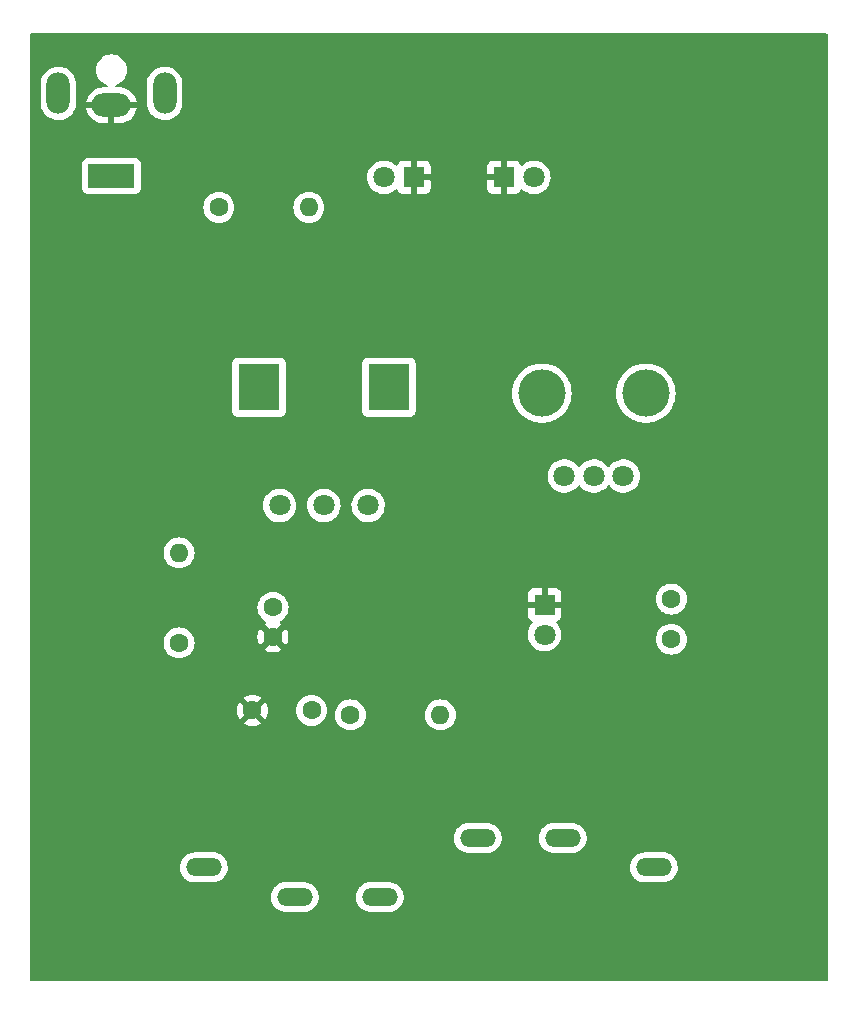
<source format=gbr>
%TF.GenerationSoftware,KiCad,Pcbnew,(6.0.0)*%
%TF.CreationDate,2022-01-15T15:10:36-08:00*%
%TF.ProjectId,Tremolo_V2,5472656d-6f6c-46f5-9f56-322e6b696361,rev?*%
%TF.SameCoordinates,Original*%
%TF.FileFunction,Copper,L2,Bot*%
%TF.FilePolarity,Positive*%
%FSLAX46Y46*%
G04 Gerber Fmt 4.6, Leading zero omitted, Abs format (unit mm)*
G04 Created by KiCad (PCBNEW (6.0.0)) date 2022-01-15 15:10:36*
%MOMM*%
%LPD*%
G01*
G04 APERTURE LIST*
%TA.AperFunction,ComponentPad*%
%ADD10C,1.800000*%
%TD*%
%TA.AperFunction,WasherPad*%
%ADD11C,4.000000*%
%TD*%
%TA.AperFunction,WasherPad*%
%ADD12R,3.500000X4.000000*%
%TD*%
%TA.AperFunction,ComponentPad*%
%ADD13C,1.600000*%
%TD*%
%TA.AperFunction,ComponentPad*%
%ADD14O,1.600000X1.600000*%
%TD*%
%TA.AperFunction,ComponentPad*%
%ADD15O,3.016000X1.508000*%
%TD*%
%TA.AperFunction,ComponentPad*%
%ADD16R,4.000000X2.000000*%
%TD*%
%TA.AperFunction,ComponentPad*%
%ADD17O,3.300000X2.000000*%
%TD*%
%TA.AperFunction,ComponentPad*%
%ADD18O,2.000000X3.500000*%
%TD*%
%TA.AperFunction,ComponentPad*%
%ADD19R,1.800000X1.800000*%
%TD*%
G04 APERTURE END LIST*
D10*
%TO.P,RV1,3,3*%
%TO.N,unconnected-(RV1-Pad3)*%
X157520000Y-86240000D03*
%TO.P,RV1,2,2*%
%TO.N,Net-(J2-PadT)*%
X160020000Y-86240000D03*
%TO.P,RV1,1,1*%
%TO.N,Net-(J3-PadT)*%
X162520000Y-86240000D03*
D11*
%TO.P,RV1,*%
%TO.N,*%
X155620000Y-79240000D03*
X164420000Y-79240000D03*
%TD*%
D12*
%TO.P,RV2,*%
%TO.N,*%
X131660000Y-78740000D03*
X142660000Y-78740000D03*
D10*
%TO.P,RV2,1,1*%
%TO.N,Net-(C1-Pad1)*%
X133410000Y-88740000D03*
%TO.P,RV2,2,2*%
%TO.N,Net-(R1-Pad2)*%
X137160000Y-88740000D03*
%TO.P,RV2,3,3*%
%TO.N,unconnected-(RV2-Pad3)*%
X140910000Y-88740000D03*
%TD*%
D13*
%TO.P,R3,1*%
%TO.N,+9V*%
X128270000Y-63500000D03*
D14*
%TO.P,R3,2*%
%TO.N,Net-(D2-Pad2)*%
X135890000Y-63500000D03*
%TD*%
D13*
%TO.P,R2,1*%
%TO.N,Net-(R2-Pad1)*%
X139407014Y-106466340D03*
D14*
%TO.P,R2,2*%
%TO.N,Net-(D1-Pad2)*%
X147027014Y-106466340D03*
%TD*%
D13*
%TO.P,R1,1*%
%TO.N,+9V*%
X124895691Y-100367869D03*
D14*
%TO.P,R1,2*%
%TO.N,Net-(R1-Pad2)*%
X124895691Y-92747869D03*
%TD*%
D13*
%TO.P,R4,1*%
%TO.N,Net-(J3-PadT)*%
X166583908Y-100060931D03*
%TO.P,R4,2*%
%TO.N,GND2*%
X166583908Y-96660931D03*
%TD*%
D15*
%TO.P,J3,4*%
%TO.N,N/C*%
X157400000Y-116880000D03*
%TO.P,J3,S*%
%TO.N,GND2*%
X165100000Y-119380000D03*
%TO.P,J3,T*%
%TO.N,Net-(J3-PadT)*%
X150200000Y-116880000D03*
%TD*%
%TO.P,J2,T*%
%TO.N,Net-(J2-PadT)*%
X141900000Y-121880000D03*
%TO.P,J2,S*%
%TO.N,GND2*%
X127000000Y-119380000D03*
%TO.P,J2,4*%
%TO.N,N/C*%
X134700000Y-121880000D03*
%TD*%
D16*
%TO.P,J1,1*%
%TO.N,+9V*%
X119178203Y-60852629D03*
D17*
%TO.P,J1,2*%
%TO.N,GND*%
X119178203Y-54852629D03*
D18*
%TO.P,J1,MP*%
%TO.N,N/C*%
X123678203Y-53852629D03*
X114678203Y-53852629D03*
%TD*%
D19*
%TO.P,D3,1,K*%
%TO.N,GND*%
X152400000Y-60960000D03*
D10*
%TO.P,D3,2,A*%
%TO.N,Net-(D1-Pad2)*%
X154940000Y-60960000D03*
%TD*%
D19*
%TO.P,D2,1,K*%
%TO.N,GND*%
X144780000Y-60960000D03*
D10*
%TO.P,D2,2,A*%
%TO.N,Net-(D2-Pad2)*%
X142240000Y-60960000D03*
%TD*%
D19*
%TO.P,D1,1,K*%
%TO.N,GND*%
X155843003Y-97130950D03*
D10*
%TO.P,D1,2,A*%
%TO.N,Net-(D1-Pad2)*%
X155843003Y-99670950D03*
%TD*%
D13*
%TO.P,C2,1*%
%TO.N,GND*%
X132851372Y-99874462D03*
%TO.P,C2,2*%
%TO.N,+9V*%
X132851372Y-97374462D03*
%TD*%
%TO.P,C1,1*%
%TO.N,Net-(C1-Pad1)*%
X136112827Y-106092435D03*
%TO.P,C1,2*%
%TO.N,GND*%
X131112827Y-106092435D03*
%TD*%
%TA.AperFunction,Conductor*%
%TO.N,GND*%
G36*
X179774121Y-48788002D02*
G01*
X179820614Y-48841658D01*
X179832000Y-48894000D01*
X179832000Y-128906000D01*
X179811998Y-128974121D01*
X179758342Y-129020614D01*
X179706000Y-129032000D01*
X112394000Y-129032000D01*
X112325879Y-129011998D01*
X112279386Y-128958342D01*
X112268000Y-128906000D01*
X112268000Y-121919816D01*
X132679022Y-121919816D01*
X132706097Y-122143549D01*
X132772364Y-122358952D01*
X132875727Y-122559216D01*
X133012921Y-122738010D01*
X133017066Y-122741781D01*
X133017069Y-122741785D01*
X133128133Y-122842845D01*
X133179608Y-122889684D01*
X133184364Y-122892667D01*
X133184366Y-122892669D01*
X133365764Y-123006460D01*
X133365768Y-123006462D01*
X133370520Y-123009443D01*
X133579622Y-123093501D01*
X133800305Y-123139202D01*
X133804918Y-123139468D01*
X133855678Y-123142395D01*
X133855682Y-123142395D01*
X133857501Y-123142500D01*
X135511177Y-123142500D01*
X135513964Y-123142251D01*
X135513970Y-123142251D01*
X135583734Y-123136024D01*
X135678473Y-123127569D01*
X135895851Y-123068101D01*
X135900909Y-123065689D01*
X135900913Y-123065687D01*
X136025084Y-123006460D01*
X136099262Y-122971079D01*
X136282278Y-122839569D01*
X136347363Y-122772407D01*
X136435210Y-122681756D01*
X136435212Y-122681753D01*
X136439113Y-122677728D01*
X136515755Y-122563673D01*
X136561683Y-122495325D01*
X136561686Y-122495319D01*
X136564809Y-122490672D01*
X136655394Y-122284314D01*
X136708005Y-122065175D01*
X136716065Y-121925393D01*
X136716387Y-121919816D01*
X139879022Y-121919816D01*
X139906097Y-122143549D01*
X139972364Y-122358952D01*
X140075727Y-122559216D01*
X140212921Y-122738010D01*
X140217066Y-122741781D01*
X140217069Y-122741785D01*
X140328133Y-122842845D01*
X140379608Y-122889684D01*
X140384364Y-122892667D01*
X140384366Y-122892669D01*
X140565764Y-123006460D01*
X140565768Y-123006462D01*
X140570520Y-123009443D01*
X140779622Y-123093501D01*
X141000305Y-123139202D01*
X141004918Y-123139468D01*
X141055678Y-123142395D01*
X141055682Y-123142395D01*
X141057501Y-123142500D01*
X142711177Y-123142500D01*
X142713964Y-123142251D01*
X142713970Y-123142251D01*
X142783734Y-123136024D01*
X142878473Y-123127569D01*
X143095851Y-123068101D01*
X143100909Y-123065689D01*
X143100913Y-123065687D01*
X143225084Y-123006460D01*
X143299262Y-122971079D01*
X143482278Y-122839569D01*
X143547363Y-122772407D01*
X143635210Y-122681756D01*
X143635212Y-122681753D01*
X143639113Y-122677728D01*
X143715755Y-122563673D01*
X143761683Y-122495325D01*
X143761686Y-122495319D01*
X143764809Y-122490672D01*
X143855394Y-122284314D01*
X143908005Y-122065175D01*
X143916065Y-121925393D01*
X143920655Y-121845791D01*
X143920655Y-121845788D01*
X143920978Y-121840184D01*
X143893903Y-121616451D01*
X143827636Y-121401048D01*
X143724273Y-121200784D01*
X143587079Y-121021990D01*
X143582934Y-121018219D01*
X143582931Y-121018215D01*
X143424545Y-120874095D01*
X143420392Y-120870316D01*
X143415634Y-120867331D01*
X143234236Y-120753540D01*
X143234232Y-120753538D01*
X143229480Y-120750557D01*
X143020378Y-120666499D01*
X142799695Y-120620798D01*
X142795082Y-120620532D01*
X142744322Y-120617605D01*
X142744318Y-120617605D01*
X142742499Y-120617500D01*
X141088823Y-120617500D01*
X141086036Y-120617749D01*
X141086030Y-120617749D01*
X141016266Y-120623976D01*
X140921527Y-120632431D01*
X140704149Y-120691899D01*
X140699091Y-120694311D01*
X140699087Y-120694313D01*
X140602443Y-120740410D01*
X140500738Y-120788921D01*
X140317722Y-120920431D01*
X140313815Y-120924463D01*
X140222963Y-121018215D01*
X140160887Y-121082272D01*
X140157760Y-121086926D01*
X140038317Y-121264675D01*
X140038314Y-121264681D01*
X140035191Y-121269328D01*
X139944606Y-121475686D01*
X139891995Y-121694825D01*
X139891672Y-121700430D01*
X139883614Y-121840184D01*
X139879022Y-121919816D01*
X136716387Y-121919816D01*
X136720655Y-121845791D01*
X136720655Y-121845788D01*
X136720978Y-121840184D01*
X136693903Y-121616451D01*
X136627636Y-121401048D01*
X136524273Y-121200784D01*
X136387079Y-121021990D01*
X136382934Y-121018219D01*
X136382931Y-121018215D01*
X136224545Y-120874095D01*
X136220392Y-120870316D01*
X136215634Y-120867331D01*
X136034236Y-120753540D01*
X136034232Y-120753538D01*
X136029480Y-120750557D01*
X135820378Y-120666499D01*
X135599695Y-120620798D01*
X135595082Y-120620532D01*
X135544322Y-120617605D01*
X135544318Y-120617605D01*
X135542499Y-120617500D01*
X133888823Y-120617500D01*
X133886036Y-120617749D01*
X133886030Y-120617749D01*
X133816266Y-120623976D01*
X133721527Y-120632431D01*
X133504149Y-120691899D01*
X133499091Y-120694311D01*
X133499087Y-120694313D01*
X133402443Y-120740410D01*
X133300738Y-120788921D01*
X133117722Y-120920431D01*
X133113815Y-120924463D01*
X133022963Y-121018215D01*
X132960887Y-121082272D01*
X132957760Y-121086926D01*
X132838317Y-121264675D01*
X132838314Y-121264681D01*
X132835191Y-121269328D01*
X132744606Y-121475686D01*
X132691995Y-121694825D01*
X132691672Y-121700430D01*
X132683614Y-121840184D01*
X132679022Y-121919816D01*
X112268000Y-121919816D01*
X112268000Y-119419816D01*
X124979022Y-119419816D01*
X125006097Y-119643549D01*
X125072364Y-119858952D01*
X125175727Y-120059216D01*
X125312921Y-120238010D01*
X125317066Y-120241781D01*
X125317069Y-120241785D01*
X125428133Y-120342845D01*
X125479608Y-120389684D01*
X125484364Y-120392667D01*
X125484366Y-120392669D01*
X125665764Y-120506460D01*
X125665768Y-120506462D01*
X125670520Y-120509443D01*
X125879622Y-120593501D01*
X126100305Y-120639202D01*
X126104918Y-120639468D01*
X126155678Y-120642395D01*
X126155682Y-120642395D01*
X126157501Y-120642500D01*
X127811177Y-120642500D01*
X127813964Y-120642251D01*
X127813970Y-120642251D01*
X127883734Y-120636024D01*
X127978473Y-120627569D01*
X128195851Y-120568101D01*
X128200909Y-120565689D01*
X128200913Y-120565687D01*
X128325084Y-120506460D01*
X128399262Y-120471079D01*
X128582278Y-120339569D01*
X128647363Y-120272407D01*
X128735210Y-120181756D01*
X128735212Y-120181753D01*
X128739113Y-120177728D01*
X128815755Y-120063673D01*
X128861683Y-119995325D01*
X128861686Y-119995319D01*
X128864809Y-119990672D01*
X128955394Y-119784314D01*
X129008005Y-119565175D01*
X129016065Y-119425393D01*
X129016387Y-119419816D01*
X163079022Y-119419816D01*
X163106097Y-119643549D01*
X163172364Y-119858952D01*
X163275727Y-120059216D01*
X163412921Y-120238010D01*
X163417066Y-120241781D01*
X163417069Y-120241785D01*
X163528133Y-120342845D01*
X163579608Y-120389684D01*
X163584364Y-120392667D01*
X163584366Y-120392669D01*
X163765764Y-120506460D01*
X163765768Y-120506462D01*
X163770520Y-120509443D01*
X163979622Y-120593501D01*
X164200305Y-120639202D01*
X164204918Y-120639468D01*
X164255678Y-120642395D01*
X164255682Y-120642395D01*
X164257501Y-120642500D01*
X165911177Y-120642500D01*
X165913964Y-120642251D01*
X165913970Y-120642251D01*
X165983734Y-120636024D01*
X166078473Y-120627569D01*
X166295851Y-120568101D01*
X166300909Y-120565689D01*
X166300913Y-120565687D01*
X166425084Y-120506460D01*
X166499262Y-120471079D01*
X166682278Y-120339569D01*
X166747363Y-120272407D01*
X166835210Y-120181756D01*
X166835212Y-120181753D01*
X166839113Y-120177728D01*
X166915755Y-120063673D01*
X166961683Y-119995325D01*
X166961686Y-119995319D01*
X166964809Y-119990672D01*
X167055394Y-119784314D01*
X167108005Y-119565175D01*
X167116065Y-119425393D01*
X167120655Y-119345791D01*
X167120655Y-119345788D01*
X167120978Y-119340184D01*
X167093903Y-119116451D01*
X167027636Y-118901048D01*
X166924273Y-118700784D01*
X166787079Y-118521990D01*
X166782934Y-118518219D01*
X166782931Y-118518215D01*
X166624545Y-118374095D01*
X166620392Y-118370316D01*
X166615634Y-118367331D01*
X166434236Y-118253540D01*
X166434232Y-118253538D01*
X166429480Y-118250557D01*
X166220378Y-118166499D01*
X165999695Y-118120798D01*
X165995082Y-118120532D01*
X165944322Y-118117605D01*
X165944318Y-118117605D01*
X165942499Y-118117500D01*
X164288823Y-118117500D01*
X164286036Y-118117749D01*
X164286030Y-118117749D01*
X164216266Y-118123976D01*
X164121527Y-118132431D01*
X163904149Y-118191899D01*
X163899091Y-118194311D01*
X163899087Y-118194313D01*
X163802443Y-118240410D01*
X163700738Y-118288921D01*
X163517722Y-118420431D01*
X163513815Y-118424463D01*
X163422963Y-118518215D01*
X163360887Y-118582272D01*
X163357760Y-118586926D01*
X163238317Y-118764675D01*
X163238314Y-118764681D01*
X163235191Y-118769328D01*
X163144606Y-118975686D01*
X163091995Y-119194825D01*
X163091672Y-119200430D01*
X163083614Y-119340184D01*
X163079022Y-119419816D01*
X129016387Y-119419816D01*
X129020655Y-119345791D01*
X129020655Y-119345788D01*
X129020978Y-119340184D01*
X128993903Y-119116451D01*
X128927636Y-118901048D01*
X128824273Y-118700784D01*
X128687079Y-118521990D01*
X128682934Y-118518219D01*
X128682931Y-118518215D01*
X128524545Y-118374095D01*
X128520392Y-118370316D01*
X128515634Y-118367331D01*
X128334236Y-118253540D01*
X128334232Y-118253538D01*
X128329480Y-118250557D01*
X128120378Y-118166499D01*
X127899695Y-118120798D01*
X127895082Y-118120532D01*
X127844322Y-118117605D01*
X127844318Y-118117605D01*
X127842499Y-118117500D01*
X126188823Y-118117500D01*
X126186036Y-118117749D01*
X126186030Y-118117749D01*
X126116266Y-118123976D01*
X126021527Y-118132431D01*
X125804149Y-118191899D01*
X125799091Y-118194311D01*
X125799087Y-118194313D01*
X125702443Y-118240410D01*
X125600738Y-118288921D01*
X125417722Y-118420431D01*
X125413815Y-118424463D01*
X125322963Y-118518215D01*
X125260887Y-118582272D01*
X125257760Y-118586926D01*
X125138317Y-118764675D01*
X125138314Y-118764681D01*
X125135191Y-118769328D01*
X125044606Y-118975686D01*
X124991995Y-119194825D01*
X124991672Y-119200430D01*
X124983614Y-119340184D01*
X124979022Y-119419816D01*
X112268000Y-119419816D01*
X112268000Y-116919816D01*
X148179022Y-116919816D01*
X148206097Y-117143549D01*
X148272364Y-117358952D01*
X148375727Y-117559216D01*
X148512921Y-117738010D01*
X148517066Y-117741781D01*
X148517069Y-117741785D01*
X148628133Y-117842845D01*
X148679608Y-117889684D01*
X148684364Y-117892667D01*
X148684366Y-117892669D01*
X148865764Y-118006460D01*
X148865768Y-118006462D01*
X148870520Y-118009443D01*
X149079622Y-118093501D01*
X149300305Y-118139202D01*
X149304918Y-118139468D01*
X149355678Y-118142395D01*
X149355682Y-118142395D01*
X149357501Y-118142500D01*
X151011177Y-118142500D01*
X151013964Y-118142251D01*
X151013970Y-118142251D01*
X151083734Y-118136024D01*
X151178473Y-118127569D01*
X151395851Y-118068101D01*
X151400909Y-118065689D01*
X151400913Y-118065687D01*
X151525084Y-118006460D01*
X151599262Y-117971079D01*
X151782278Y-117839569D01*
X151847363Y-117772407D01*
X151935210Y-117681756D01*
X151935212Y-117681753D01*
X151939113Y-117677728D01*
X152015755Y-117563673D01*
X152061683Y-117495325D01*
X152061686Y-117495319D01*
X152064809Y-117490672D01*
X152155394Y-117284314D01*
X152208005Y-117065175D01*
X152216065Y-116925393D01*
X152216387Y-116919816D01*
X155379022Y-116919816D01*
X155406097Y-117143549D01*
X155472364Y-117358952D01*
X155575727Y-117559216D01*
X155712921Y-117738010D01*
X155717066Y-117741781D01*
X155717069Y-117741785D01*
X155828133Y-117842845D01*
X155879608Y-117889684D01*
X155884364Y-117892667D01*
X155884366Y-117892669D01*
X156065764Y-118006460D01*
X156065768Y-118006462D01*
X156070520Y-118009443D01*
X156279622Y-118093501D01*
X156500305Y-118139202D01*
X156504918Y-118139468D01*
X156555678Y-118142395D01*
X156555682Y-118142395D01*
X156557501Y-118142500D01*
X158211177Y-118142500D01*
X158213964Y-118142251D01*
X158213970Y-118142251D01*
X158283734Y-118136024D01*
X158378473Y-118127569D01*
X158595851Y-118068101D01*
X158600909Y-118065689D01*
X158600913Y-118065687D01*
X158725084Y-118006460D01*
X158799262Y-117971079D01*
X158982278Y-117839569D01*
X159047363Y-117772407D01*
X159135210Y-117681756D01*
X159135212Y-117681753D01*
X159139113Y-117677728D01*
X159215755Y-117563673D01*
X159261683Y-117495325D01*
X159261686Y-117495319D01*
X159264809Y-117490672D01*
X159355394Y-117284314D01*
X159408005Y-117065175D01*
X159416065Y-116925393D01*
X159420655Y-116845791D01*
X159420655Y-116845788D01*
X159420978Y-116840184D01*
X159393903Y-116616451D01*
X159327636Y-116401048D01*
X159224273Y-116200784D01*
X159087079Y-116021990D01*
X159082934Y-116018219D01*
X159082931Y-116018215D01*
X158924545Y-115874095D01*
X158920392Y-115870316D01*
X158915634Y-115867331D01*
X158734236Y-115753540D01*
X158734232Y-115753538D01*
X158729480Y-115750557D01*
X158520378Y-115666499D01*
X158299695Y-115620798D01*
X158295082Y-115620532D01*
X158244322Y-115617605D01*
X158244318Y-115617605D01*
X158242499Y-115617500D01*
X156588823Y-115617500D01*
X156586036Y-115617749D01*
X156586030Y-115617749D01*
X156516266Y-115623976D01*
X156421527Y-115632431D01*
X156204149Y-115691899D01*
X156199091Y-115694311D01*
X156199087Y-115694313D01*
X156102443Y-115740410D01*
X156000738Y-115788921D01*
X155817722Y-115920431D01*
X155813815Y-115924463D01*
X155722963Y-116018215D01*
X155660887Y-116082272D01*
X155657760Y-116086926D01*
X155538317Y-116264675D01*
X155538314Y-116264681D01*
X155535191Y-116269328D01*
X155444606Y-116475686D01*
X155391995Y-116694825D01*
X155391672Y-116700430D01*
X155383614Y-116840184D01*
X155379022Y-116919816D01*
X152216387Y-116919816D01*
X152220655Y-116845791D01*
X152220655Y-116845788D01*
X152220978Y-116840184D01*
X152193903Y-116616451D01*
X152127636Y-116401048D01*
X152024273Y-116200784D01*
X151887079Y-116021990D01*
X151882934Y-116018219D01*
X151882931Y-116018215D01*
X151724545Y-115874095D01*
X151720392Y-115870316D01*
X151715634Y-115867331D01*
X151534236Y-115753540D01*
X151534232Y-115753538D01*
X151529480Y-115750557D01*
X151320378Y-115666499D01*
X151099695Y-115620798D01*
X151095082Y-115620532D01*
X151044322Y-115617605D01*
X151044318Y-115617605D01*
X151042499Y-115617500D01*
X149388823Y-115617500D01*
X149386036Y-115617749D01*
X149386030Y-115617749D01*
X149316266Y-115623976D01*
X149221527Y-115632431D01*
X149004149Y-115691899D01*
X148999091Y-115694311D01*
X148999087Y-115694313D01*
X148902443Y-115740410D01*
X148800738Y-115788921D01*
X148617722Y-115920431D01*
X148613815Y-115924463D01*
X148522963Y-116018215D01*
X148460887Y-116082272D01*
X148457760Y-116086926D01*
X148338317Y-116264675D01*
X148338314Y-116264681D01*
X148335191Y-116269328D01*
X148244606Y-116475686D01*
X148191995Y-116694825D01*
X148191672Y-116700430D01*
X148183614Y-116840184D01*
X148179022Y-116919816D01*
X112268000Y-116919816D01*
X112268000Y-107178497D01*
X130391320Y-107178497D01*
X130400616Y-107190512D01*
X130451821Y-107226366D01*
X130461316Y-107231849D01*
X130658774Y-107323925D01*
X130669066Y-107327671D01*
X130879515Y-107384060D01*
X130890308Y-107385963D01*
X131107352Y-107404952D01*
X131118302Y-107404952D01*
X131335346Y-107385963D01*
X131346139Y-107384060D01*
X131556588Y-107327671D01*
X131566880Y-107323925D01*
X131764338Y-107231849D01*
X131773833Y-107226366D01*
X131825875Y-107189926D01*
X131834251Y-107179447D01*
X131827183Y-107166001D01*
X131125639Y-106464457D01*
X131111695Y-106456843D01*
X131109862Y-106456974D01*
X131103247Y-106461225D01*
X130397750Y-107166722D01*
X130391320Y-107178497D01*
X112268000Y-107178497D01*
X112268000Y-106097910D01*
X129800310Y-106097910D01*
X129819299Y-106314954D01*
X129821202Y-106325747D01*
X129877591Y-106536196D01*
X129881337Y-106546488D01*
X129973413Y-106743946D01*
X129978896Y-106753441D01*
X130015336Y-106805483D01*
X130025815Y-106813859D01*
X130039261Y-106806791D01*
X130740805Y-106105247D01*
X130747183Y-106093567D01*
X131477235Y-106093567D01*
X131477366Y-106095400D01*
X131481617Y-106102015D01*
X132187114Y-106807512D01*
X132198889Y-106813942D01*
X132210904Y-106804646D01*
X132246758Y-106753441D01*
X132252241Y-106743946D01*
X132344317Y-106546488D01*
X132348063Y-106536196D01*
X132404452Y-106325747D01*
X132406355Y-106314954D01*
X132425344Y-106097910D01*
X132425344Y-106092435D01*
X134799329Y-106092435D01*
X134819284Y-106320522D01*
X134820708Y-106325835D01*
X134820708Y-106325837D01*
X134857852Y-106464457D01*
X134878543Y-106541678D01*
X134880866Y-106546659D01*
X134880866Y-106546660D01*
X134972978Y-106744197D01*
X134972981Y-106744202D01*
X134975304Y-106749184D01*
X134978461Y-106753692D01*
X135095307Y-106920565D01*
X135106629Y-106936735D01*
X135268527Y-107098633D01*
X135273035Y-107101790D01*
X135273038Y-107101792D01*
X135351216Y-107156533D01*
X135456078Y-107229958D01*
X135461060Y-107232281D01*
X135461065Y-107232284D01*
X135619428Y-107306129D01*
X135663584Y-107326719D01*
X135668892Y-107328141D01*
X135668894Y-107328142D01*
X135879425Y-107384554D01*
X135879427Y-107384554D01*
X135884740Y-107385978D01*
X136112827Y-107405933D01*
X136340914Y-107385978D01*
X136346227Y-107384554D01*
X136346229Y-107384554D01*
X136556760Y-107328142D01*
X136556762Y-107328141D01*
X136562070Y-107326719D01*
X136606226Y-107306129D01*
X136764589Y-107232284D01*
X136764594Y-107232281D01*
X136769576Y-107229958D01*
X136874438Y-107156533D01*
X136952616Y-107101792D01*
X136952619Y-107101790D01*
X136957127Y-107098633D01*
X137119025Y-106936735D01*
X137130348Y-106920565D01*
X137247193Y-106753692D01*
X137250350Y-106749184D01*
X137252673Y-106744202D01*
X137252676Y-106744197D01*
X137344788Y-106546660D01*
X137344788Y-106546659D01*
X137347111Y-106541678D01*
X137367298Y-106466340D01*
X138093516Y-106466340D01*
X138113471Y-106694427D01*
X138114895Y-106699740D01*
X138114895Y-106699742D01*
X138143229Y-106805483D01*
X138172730Y-106915583D01*
X138175053Y-106920564D01*
X138175053Y-106920565D01*
X138267165Y-107118102D01*
X138267168Y-107118107D01*
X138269491Y-107123089D01*
X138400816Y-107310640D01*
X138562714Y-107472538D01*
X138567222Y-107475695D01*
X138567225Y-107475697D01*
X138645403Y-107530438D01*
X138750265Y-107603863D01*
X138755247Y-107606186D01*
X138755252Y-107606189D01*
X138952789Y-107698301D01*
X138957771Y-107700624D01*
X138963079Y-107702046D01*
X138963081Y-107702047D01*
X139173612Y-107758459D01*
X139173614Y-107758459D01*
X139178927Y-107759883D01*
X139407014Y-107779838D01*
X139635101Y-107759883D01*
X139640414Y-107758459D01*
X139640416Y-107758459D01*
X139850947Y-107702047D01*
X139850949Y-107702046D01*
X139856257Y-107700624D01*
X139861239Y-107698301D01*
X140058776Y-107606189D01*
X140058781Y-107606186D01*
X140063763Y-107603863D01*
X140168625Y-107530438D01*
X140246803Y-107475697D01*
X140246806Y-107475695D01*
X140251314Y-107472538D01*
X140413212Y-107310640D01*
X140544537Y-107123089D01*
X140546860Y-107118107D01*
X140546863Y-107118102D01*
X140638975Y-106920565D01*
X140638975Y-106920564D01*
X140641298Y-106915583D01*
X140670800Y-106805483D01*
X140699133Y-106699742D01*
X140699133Y-106699740D01*
X140700557Y-106694427D01*
X140720512Y-106466340D01*
X145713516Y-106466340D01*
X145733471Y-106694427D01*
X145734895Y-106699740D01*
X145734895Y-106699742D01*
X145763229Y-106805483D01*
X145792730Y-106915583D01*
X145795053Y-106920564D01*
X145795053Y-106920565D01*
X145887165Y-107118102D01*
X145887168Y-107118107D01*
X145889491Y-107123089D01*
X146020816Y-107310640D01*
X146182714Y-107472538D01*
X146187222Y-107475695D01*
X146187225Y-107475697D01*
X146265403Y-107530438D01*
X146370265Y-107603863D01*
X146375247Y-107606186D01*
X146375252Y-107606189D01*
X146572789Y-107698301D01*
X146577771Y-107700624D01*
X146583079Y-107702046D01*
X146583081Y-107702047D01*
X146793612Y-107758459D01*
X146793614Y-107758459D01*
X146798927Y-107759883D01*
X147027014Y-107779838D01*
X147255101Y-107759883D01*
X147260414Y-107758459D01*
X147260416Y-107758459D01*
X147470947Y-107702047D01*
X147470949Y-107702046D01*
X147476257Y-107700624D01*
X147481239Y-107698301D01*
X147678776Y-107606189D01*
X147678781Y-107606186D01*
X147683763Y-107603863D01*
X147788625Y-107530438D01*
X147866803Y-107475697D01*
X147866806Y-107475695D01*
X147871314Y-107472538D01*
X148033212Y-107310640D01*
X148164537Y-107123089D01*
X148166860Y-107118107D01*
X148166863Y-107118102D01*
X148258975Y-106920565D01*
X148258975Y-106920564D01*
X148261298Y-106915583D01*
X148290800Y-106805483D01*
X148319133Y-106699742D01*
X148319133Y-106699740D01*
X148320557Y-106694427D01*
X148340512Y-106466340D01*
X148320557Y-106238253D01*
X148282952Y-106097910D01*
X148262721Y-106022407D01*
X148262720Y-106022405D01*
X148261298Y-106017097D01*
X148192626Y-105869828D01*
X148166863Y-105814578D01*
X148166860Y-105814573D01*
X148164537Y-105809591D01*
X148091112Y-105704729D01*
X148036371Y-105626551D01*
X148036369Y-105626548D01*
X148033212Y-105622040D01*
X147871314Y-105460142D01*
X147866806Y-105456985D01*
X147866803Y-105456983D01*
X147788625Y-105402242D01*
X147683763Y-105328817D01*
X147678781Y-105326494D01*
X147678776Y-105326491D01*
X147481239Y-105234379D01*
X147481238Y-105234379D01*
X147476257Y-105232056D01*
X147470949Y-105230634D01*
X147470947Y-105230633D01*
X147260416Y-105174221D01*
X147260414Y-105174221D01*
X147255101Y-105172797D01*
X147027014Y-105152842D01*
X146798927Y-105172797D01*
X146793614Y-105174221D01*
X146793612Y-105174221D01*
X146583081Y-105230633D01*
X146583079Y-105230634D01*
X146577771Y-105232056D01*
X146572790Y-105234379D01*
X146572789Y-105234379D01*
X146375252Y-105326491D01*
X146375247Y-105326494D01*
X146370265Y-105328817D01*
X146265403Y-105402242D01*
X146187225Y-105456983D01*
X146187222Y-105456985D01*
X146182714Y-105460142D01*
X146020816Y-105622040D01*
X146017659Y-105626548D01*
X146017657Y-105626551D01*
X145962916Y-105704729D01*
X145889491Y-105809591D01*
X145887168Y-105814573D01*
X145887165Y-105814578D01*
X145861402Y-105869828D01*
X145792730Y-106017097D01*
X145791308Y-106022405D01*
X145791307Y-106022407D01*
X145771076Y-106097910D01*
X145733471Y-106238253D01*
X145713516Y-106466340D01*
X140720512Y-106466340D01*
X140700557Y-106238253D01*
X140662952Y-106097910D01*
X140642721Y-106022407D01*
X140642720Y-106022405D01*
X140641298Y-106017097D01*
X140572626Y-105869828D01*
X140546863Y-105814578D01*
X140546860Y-105814573D01*
X140544537Y-105809591D01*
X140471112Y-105704729D01*
X140416371Y-105626551D01*
X140416369Y-105626548D01*
X140413212Y-105622040D01*
X140251314Y-105460142D01*
X140246806Y-105456985D01*
X140246803Y-105456983D01*
X140168625Y-105402242D01*
X140063763Y-105328817D01*
X140058781Y-105326494D01*
X140058776Y-105326491D01*
X139861239Y-105234379D01*
X139861238Y-105234379D01*
X139856257Y-105232056D01*
X139850949Y-105230634D01*
X139850947Y-105230633D01*
X139640416Y-105174221D01*
X139640414Y-105174221D01*
X139635101Y-105172797D01*
X139407014Y-105152842D01*
X139178927Y-105172797D01*
X139173614Y-105174221D01*
X139173612Y-105174221D01*
X138963081Y-105230633D01*
X138963079Y-105230634D01*
X138957771Y-105232056D01*
X138952790Y-105234379D01*
X138952789Y-105234379D01*
X138755252Y-105326491D01*
X138755247Y-105326494D01*
X138750265Y-105328817D01*
X138645403Y-105402242D01*
X138567225Y-105456983D01*
X138567222Y-105456985D01*
X138562714Y-105460142D01*
X138400816Y-105622040D01*
X138397659Y-105626548D01*
X138397657Y-105626551D01*
X138342916Y-105704729D01*
X138269491Y-105809591D01*
X138267168Y-105814573D01*
X138267165Y-105814578D01*
X138241402Y-105869828D01*
X138172730Y-106017097D01*
X138171308Y-106022405D01*
X138171307Y-106022407D01*
X138151076Y-106097910D01*
X138113471Y-106238253D01*
X138093516Y-106466340D01*
X137367298Y-106466340D01*
X137367803Y-106464457D01*
X137404946Y-106325837D01*
X137404946Y-106325835D01*
X137406370Y-106320522D01*
X137426325Y-106092435D01*
X137406370Y-105864348D01*
X137369808Y-105727896D01*
X137348534Y-105648502D01*
X137348533Y-105648500D01*
X137347111Y-105643192D01*
X137335431Y-105618143D01*
X137252676Y-105440673D01*
X137252673Y-105440668D01*
X137250350Y-105435686D01*
X137119025Y-105248135D01*
X136957127Y-105086237D01*
X136952619Y-105083080D01*
X136952616Y-105083078D01*
X136826747Y-104994944D01*
X136769576Y-104954912D01*
X136764594Y-104952589D01*
X136764589Y-104952586D01*
X136567052Y-104860474D01*
X136567051Y-104860474D01*
X136562070Y-104858151D01*
X136556762Y-104856729D01*
X136556760Y-104856728D01*
X136346229Y-104800316D01*
X136346227Y-104800316D01*
X136340914Y-104798892D01*
X136112827Y-104778937D01*
X135884740Y-104798892D01*
X135879427Y-104800316D01*
X135879425Y-104800316D01*
X135668894Y-104856728D01*
X135668892Y-104856729D01*
X135663584Y-104858151D01*
X135658603Y-104860474D01*
X135658602Y-104860474D01*
X135461065Y-104952586D01*
X135461060Y-104952589D01*
X135456078Y-104954912D01*
X135398907Y-104994944D01*
X135273038Y-105083078D01*
X135273035Y-105083080D01*
X135268527Y-105086237D01*
X135106629Y-105248135D01*
X134975304Y-105435686D01*
X134972981Y-105440668D01*
X134972978Y-105440673D01*
X134890223Y-105618143D01*
X134878543Y-105643192D01*
X134877121Y-105648500D01*
X134877120Y-105648502D01*
X134855846Y-105727896D01*
X134819284Y-105864348D01*
X134799329Y-106092435D01*
X132425344Y-106092435D01*
X132425344Y-106086960D01*
X132406355Y-105869916D01*
X132404452Y-105859123D01*
X132348063Y-105648674D01*
X132344317Y-105638382D01*
X132252241Y-105440924D01*
X132246758Y-105431429D01*
X132210318Y-105379387D01*
X132199839Y-105371011D01*
X132186393Y-105378079D01*
X131484849Y-106079623D01*
X131477235Y-106093567D01*
X130747183Y-106093567D01*
X130748419Y-106091303D01*
X130748288Y-106089470D01*
X130744037Y-106082855D01*
X130038540Y-105377358D01*
X130026765Y-105370928D01*
X130014750Y-105380224D01*
X129978896Y-105431429D01*
X129973413Y-105440924D01*
X129881337Y-105638382D01*
X129877591Y-105648674D01*
X129821202Y-105859123D01*
X129819299Y-105869916D01*
X129800310Y-106086960D01*
X129800310Y-106097910D01*
X112268000Y-106097910D01*
X112268000Y-105005423D01*
X130391403Y-105005423D01*
X130398471Y-105018869D01*
X131100015Y-105720413D01*
X131113959Y-105728027D01*
X131115792Y-105727896D01*
X131122407Y-105723645D01*
X131827904Y-105018148D01*
X131834334Y-105006373D01*
X131825038Y-104994358D01*
X131773833Y-104958504D01*
X131764338Y-104953021D01*
X131566880Y-104860945D01*
X131556588Y-104857199D01*
X131346139Y-104800810D01*
X131335346Y-104798907D01*
X131118302Y-104779918D01*
X131107352Y-104779918D01*
X130890308Y-104798907D01*
X130879515Y-104800810D01*
X130669066Y-104857199D01*
X130658774Y-104860945D01*
X130461316Y-104953021D01*
X130451821Y-104958504D01*
X130399779Y-104994944D01*
X130391403Y-105005423D01*
X112268000Y-105005423D01*
X112268000Y-100367869D01*
X123582193Y-100367869D01*
X123602148Y-100595956D01*
X123603572Y-100601269D01*
X123603572Y-100601271D01*
X123644347Y-100753442D01*
X123661407Y-100817112D01*
X123663730Y-100822093D01*
X123663730Y-100822094D01*
X123755842Y-101019631D01*
X123755845Y-101019636D01*
X123758168Y-101024618D01*
X123793113Y-101074524D01*
X123879890Y-101198454D01*
X123889493Y-101212169D01*
X124051391Y-101374067D01*
X124055899Y-101377224D01*
X124055902Y-101377226D01*
X124134080Y-101431967D01*
X124238942Y-101505392D01*
X124243924Y-101507715D01*
X124243929Y-101507718D01*
X124441466Y-101599830D01*
X124446448Y-101602153D01*
X124451756Y-101603575D01*
X124451758Y-101603576D01*
X124662289Y-101659988D01*
X124662291Y-101659988D01*
X124667604Y-101661412D01*
X124895691Y-101681367D01*
X125123778Y-101661412D01*
X125129091Y-101659988D01*
X125129093Y-101659988D01*
X125339624Y-101603576D01*
X125339626Y-101603575D01*
X125344934Y-101602153D01*
X125349916Y-101599830D01*
X125547453Y-101507718D01*
X125547458Y-101507715D01*
X125552440Y-101505392D01*
X125657302Y-101431967D01*
X125735480Y-101377226D01*
X125735483Y-101377224D01*
X125739991Y-101374067D01*
X125901889Y-101212169D01*
X125911493Y-101198454D01*
X125998269Y-101074524D01*
X126033214Y-101024618D01*
X126035537Y-101019636D01*
X126035540Y-101019631D01*
X126063102Y-100960524D01*
X132129865Y-100960524D01*
X132139161Y-100972539D01*
X132190366Y-101008393D01*
X132199861Y-101013876D01*
X132397319Y-101105952D01*
X132407611Y-101109698D01*
X132618060Y-101166087D01*
X132628853Y-101167990D01*
X132845897Y-101186979D01*
X132856847Y-101186979D01*
X133073891Y-101167990D01*
X133084684Y-101166087D01*
X133295133Y-101109698D01*
X133305425Y-101105952D01*
X133502883Y-101013876D01*
X133512378Y-101008393D01*
X133564420Y-100971953D01*
X133572796Y-100961474D01*
X133565728Y-100948028D01*
X132864184Y-100246484D01*
X132850240Y-100238870D01*
X132848407Y-100239001D01*
X132841792Y-100243252D01*
X132136295Y-100948749D01*
X132129865Y-100960524D01*
X126063102Y-100960524D01*
X126127652Y-100822094D01*
X126127652Y-100822093D01*
X126129975Y-100817112D01*
X126147036Y-100753442D01*
X126187810Y-100601271D01*
X126187810Y-100601269D01*
X126189234Y-100595956D01*
X126209189Y-100367869D01*
X126189234Y-100139782D01*
X126187810Y-100134467D01*
X126131398Y-99923936D01*
X126131397Y-99923934D01*
X126129975Y-99918626D01*
X126127652Y-99913644D01*
X126111934Y-99879937D01*
X131538855Y-99879937D01*
X131557844Y-100096981D01*
X131559747Y-100107774D01*
X131616136Y-100318223D01*
X131619882Y-100328515D01*
X131711958Y-100525973D01*
X131717441Y-100535468D01*
X131753881Y-100587510D01*
X131764360Y-100595886D01*
X131777806Y-100588818D01*
X132479350Y-99887274D01*
X132485728Y-99875594D01*
X133215780Y-99875594D01*
X133215911Y-99877427D01*
X133220162Y-99884042D01*
X133925659Y-100589539D01*
X133937434Y-100595969D01*
X133949449Y-100586673D01*
X133985303Y-100535468D01*
X133990786Y-100525973D01*
X134082862Y-100328515D01*
X134086608Y-100318223D01*
X134142997Y-100107774D01*
X134144900Y-100096981D01*
X134163889Y-99879937D01*
X134163889Y-99868987D01*
X134144900Y-99651943D01*
X134142997Y-99641150D01*
X134141729Y-99636419D01*
X154430098Y-99636419D01*
X154430395Y-99641572D01*
X154430395Y-99641575D01*
X154436070Y-99739991D01*
X154443430Y-99867647D01*
X154444567Y-99872693D01*
X154444568Y-99872699D01*
X154476744Y-100015473D01*
X154494349Y-100093592D01*
X154496291Y-100098374D01*
X154496292Y-100098378D01*
X154556432Y-100246484D01*
X154581487Y-100308187D01*
X154702504Y-100505669D01*
X154854150Y-100680734D01*
X155032352Y-100828680D01*
X155232325Y-100945534D01*
X155237150Y-100947376D01*
X155237151Y-100947377D01*
X155274067Y-100961474D01*
X155448697Y-101028159D01*
X155453763Y-101029190D01*
X155453764Y-101029190D01*
X155506849Y-101039990D01*
X155675659Y-101074335D01*
X155806327Y-101079126D01*
X155901952Y-101082633D01*
X155901956Y-101082633D01*
X155907116Y-101082822D01*
X155912236Y-101082166D01*
X155912238Y-101082166D01*
X156029617Y-101067129D01*
X156136850Y-101053392D01*
X156141798Y-101051907D01*
X156141805Y-101051906D01*
X156353750Y-100988319D01*
X156358693Y-100986836D01*
X156389073Y-100971953D01*
X156562052Y-100887212D01*
X156562055Y-100887210D01*
X156566687Y-100884941D01*
X156755246Y-100750444D01*
X156919306Y-100586955D01*
X157054461Y-100398867D01*
X157101644Y-100303400D01*
X157154787Y-100195872D01*
X157154788Y-100195870D01*
X157157081Y-100191230D01*
X157196669Y-100060931D01*
X165270410Y-100060931D01*
X165290365Y-100289018D01*
X165291789Y-100294331D01*
X165291789Y-100294333D01*
X165347238Y-100501268D01*
X165349624Y-100510174D01*
X165351947Y-100515155D01*
X165351947Y-100515156D01*
X165444059Y-100712693D01*
X165444062Y-100712698D01*
X165446385Y-100717680D01*
X165449542Y-100722188D01*
X165563503Y-100884941D01*
X165577710Y-100905231D01*
X165739608Y-101067129D01*
X165744116Y-101070286D01*
X165744119Y-101070288D01*
X165795053Y-101105952D01*
X165927159Y-101198454D01*
X165932141Y-101200777D01*
X165932146Y-101200780D01*
X166129683Y-101292892D01*
X166134665Y-101295215D01*
X166139973Y-101296637D01*
X166139975Y-101296638D01*
X166350506Y-101353050D01*
X166350508Y-101353050D01*
X166355821Y-101354474D01*
X166583908Y-101374429D01*
X166811995Y-101354474D01*
X166817308Y-101353050D01*
X166817310Y-101353050D01*
X167027841Y-101296638D01*
X167027843Y-101296637D01*
X167033151Y-101295215D01*
X167038133Y-101292892D01*
X167235670Y-101200780D01*
X167235675Y-101200777D01*
X167240657Y-101198454D01*
X167372763Y-101105952D01*
X167423697Y-101070288D01*
X167423700Y-101070286D01*
X167428208Y-101067129D01*
X167590106Y-100905231D01*
X167604314Y-100884941D01*
X167718274Y-100722188D01*
X167721431Y-100717680D01*
X167723754Y-100712698D01*
X167723757Y-100712693D01*
X167815869Y-100515156D01*
X167815869Y-100515155D01*
X167818192Y-100510174D01*
X167820579Y-100501268D01*
X167876027Y-100294333D01*
X167876027Y-100294331D01*
X167877451Y-100289018D01*
X167897406Y-100060931D01*
X167877451Y-99832844D01*
X167833173Y-99667596D01*
X167819615Y-99616998D01*
X167819614Y-99616996D01*
X167818192Y-99611688D01*
X167770739Y-99509923D01*
X167723757Y-99409169D01*
X167723754Y-99409164D01*
X167721431Y-99404182D01*
X167601920Y-99233503D01*
X167593265Y-99221142D01*
X167593263Y-99221139D01*
X167590106Y-99216631D01*
X167428208Y-99054733D01*
X167423700Y-99051576D01*
X167423697Y-99051574D01*
X167305159Y-98968573D01*
X167240657Y-98923408D01*
X167235675Y-98921085D01*
X167235670Y-98921082D01*
X167038133Y-98828970D01*
X167038132Y-98828970D01*
X167033151Y-98826647D01*
X167027843Y-98825225D01*
X167027841Y-98825224D01*
X166817310Y-98768812D01*
X166817308Y-98768812D01*
X166811995Y-98767388D01*
X166583908Y-98747433D01*
X166355821Y-98767388D01*
X166350508Y-98768812D01*
X166350506Y-98768812D01*
X166139975Y-98825224D01*
X166139973Y-98825225D01*
X166134665Y-98826647D01*
X166129684Y-98828970D01*
X166129683Y-98828970D01*
X165932146Y-98921082D01*
X165932141Y-98921085D01*
X165927159Y-98923408D01*
X165862657Y-98968573D01*
X165744119Y-99051574D01*
X165744116Y-99051576D01*
X165739608Y-99054733D01*
X165577710Y-99216631D01*
X165574553Y-99221139D01*
X165574551Y-99221142D01*
X165565896Y-99233503D01*
X165446385Y-99404182D01*
X165444062Y-99409164D01*
X165444059Y-99409169D01*
X165397077Y-99509923D01*
X165349624Y-99611688D01*
X165348202Y-99616996D01*
X165348201Y-99616998D01*
X165334643Y-99667596D01*
X165290365Y-99832844D01*
X165270410Y-100060931D01*
X157196669Y-100060931D01*
X157224411Y-99969621D01*
X157254643Y-99739991D01*
X157255227Y-99716107D01*
X157256248Y-99674315D01*
X157256248Y-99674311D01*
X157256330Y-99670950D01*
X157242476Y-99502440D01*
X157237776Y-99445268D01*
X157237775Y-99445262D01*
X157237352Y-99440117D01*
X157209140Y-99327800D01*
X157182187Y-99220494D01*
X157182186Y-99220490D01*
X157180928Y-99215483D01*
X157178869Y-99210747D01*
X157090633Y-99007818D01*
X157090631Y-99007815D01*
X157088573Y-99003081D01*
X156962767Y-98808615D01*
X156955744Y-98800896D01*
X156872489Y-98709401D01*
X156841437Y-98645555D01*
X156849832Y-98575056D01*
X156895008Y-98520288D01*
X156921452Y-98506619D01*
X156981057Y-98484274D01*
X156996652Y-98475736D01*
X157098727Y-98399235D01*
X157111288Y-98386674D01*
X157187789Y-98284599D01*
X157196327Y-98269004D01*
X157241481Y-98148556D01*
X157245108Y-98133301D01*
X157250634Y-98082436D01*
X157251003Y-98075622D01*
X157251003Y-97403065D01*
X157246528Y-97387826D01*
X157245138Y-97386621D01*
X157237455Y-97384950D01*
X154453119Y-97384950D01*
X154437880Y-97389425D01*
X154436675Y-97390815D01*
X154435004Y-97398498D01*
X154435004Y-98075619D01*
X154435374Y-98082440D01*
X154440898Y-98133302D01*
X154444524Y-98148554D01*
X154489679Y-98269004D01*
X154498217Y-98284599D01*
X154574718Y-98386674D01*
X154587279Y-98399235D01*
X154689354Y-98475736D01*
X154704949Y-98484274D01*
X154764543Y-98506615D01*
X154821307Y-98549257D01*
X154846007Y-98615818D01*
X154830799Y-98685167D01*
X154811407Y-98711648D01*
X154744642Y-98781514D01*
X154741728Y-98785786D01*
X154741727Y-98785787D01*
X154726155Y-98808615D01*
X154614122Y-98972849D01*
X154516605Y-99182931D01*
X154454710Y-99406119D01*
X154430098Y-99636419D01*
X134141729Y-99636419D01*
X134086608Y-99430701D01*
X134082862Y-99420409D01*
X133990786Y-99222951D01*
X133985303Y-99213456D01*
X133948863Y-99161414D01*
X133938384Y-99153038D01*
X133924938Y-99160106D01*
X133223394Y-99861650D01*
X133215780Y-99875594D01*
X132485728Y-99875594D01*
X132486964Y-99873330D01*
X132486833Y-99871497D01*
X132482582Y-99864882D01*
X131777085Y-99159385D01*
X131765310Y-99152955D01*
X131753295Y-99162251D01*
X131717441Y-99213456D01*
X131711958Y-99222951D01*
X131619882Y-99420409D01*
X131616136Y-99430701D01*
X131559747Y-99641150D01*
X131557844Y-99651943D01*
X131538855Y-99868987D01*
X131538855Y-99879937D01*
X126111934Y-99879937D01*
X126035540Y-99716107D01*
X126035537Y-99716102D01*
X126033214Y-99711120D01*
X125901889Y-99523569D01*
X125739991Y-99361671D01*
X125735483Y-99358514D01*
X125735480Y-99358512D01*
X125657302Y-99303771D01*
X125552440Y-99230346D01*
X125547458Y-99228023D01*
X125547453Y-99228020D01*
X125349916Y-99135908D01*
X125349915Y-99135908D01*
X125344934Y-99133585D01*
X125339626Y-99132163D01*
X125339624Y-99132162D01*
X125129093Y-99075750D01*
X125129091Y-99075750D01*
X125123778Y-99074326D01*
X124895691Y-99054371D01*
X124667604Y-99074326D01*
X124662291Y-99075750D01*
X124662289Y-99075750D01*
X124451758Y-99132162D01*
X124451756Y-99132163D01*
X124446448Y-99133585D01*
X124441467Y-99135908D01*
X124441466Y-99135908D01*
X124243929Y-99228020D01*
X124243924Y-99228023D01*
X124238942Y-99230346D01*
X124134080Y-99303771D01*
X124055902Y-99358512D01*
X124055899Y-99358514D01*
X124051391Y-99361671D01*
X123889493Y-99523569D01*
X123758168Y-99711120D01*
X123755845Y-99716102D01*
X123755842Y-99716107D01*
X123663730Y-99913644D01*
X123661407Y-99918626D01*
X123659985Y-99923934D01*
X123659984Y-99923936D01*
X123603572Y-100134467D01*
X123602148Y-100139782D01*
X123582193Y-100367869D01*
X112268000Y-100367869D01*
X112268000Y-97374462D01*
X131537874Y-97374462D01*
X131557829Y-97602549D01*
X131617088Y-97823705D01*
X131619411Y-97828686D01*
X131619411Y-97828687D01*
X131711523Y-98026224D01*
X131711526Y-98026229D01*
X131713849Y-98031211D01*
X131845174Y-98218762D01*
X132007072Y-98380660D01*
X132011580Y-98383817D01*
X132011583Y-98383819D01*
X132115248Y-98456406D01*
X132194623Y-98511985D01*
X132199607Y-98514309D01*
X132201900Y-98515633D01*
X132250893Y-98567015D01*
X132264329Y-98636729D01*
X132237943Y-98702640D01*
X132201900Y-98733871D01*
X132190370Y-98740528D01*
X132138324Y-98776971D01*
X132129948Y-98787450D01*
X132137016Y-98800896D01*
X132838560Y-99502440D01*
X132852504Y-99510054D01*
X132854337Y-99509923D01*
X132860952Y-99505672D01*
X133566449Y-98800175D01*
X133572879Y-98788400D01*
X133563583Y-98776385D01*
X133512374Y-98740528D01*
X133500844Y-98733871D01*
X133451851Y-98682489D01*
X133438414Y-98612775D01*
X133464801Y-98546864D01*
X133500844Y-98515633D01*
X133503137Y-98514309D01*
X133508121Y-98511985D01*
X133587496Y-98456406D01*
X133691161Y-98383819D01*
X133691164Y-98383817D01*
X133695672Y-98380660D01*
X133857570Y-98218762D01*
X133988895Y-98031211D01*
X133991218Y-98026229D01*
X133991221Y-98026224D01*
X134083333Y-97828687D01*
X134083333Y-97828686D01*
X134085656Y-97823705D01*
X134144915Y-97602549D01*
X134164870Y-97374462D01*
X134144915Y-97146375D01*
X134085656Y-96925219D01*
X134071254Y-96894333D01*
X134054701Y-96858835D01*
X154435003Y-96858835D01*
X154439478Y-96874074D01*
X154440868Y-96875279D01*
X154448551Y-96876950D01*
X155570888Y-96876950D01*
X155586127Y-96872475D01*
X155587332Y-96871085D01*
X155589003Y-96863402D01*
X155589003Y-96858835D01*
X156097003Y-96858835D01*
X156101478Y-96874074D01*
X156102868Y-96875279D01*
X156110551Y-96876950D01*
X157232887Y-96876950D01*
X157248126Y-96872475D01*
X157249331Y-96871085D01*
X157251002Y-96863402D01*
X157251002Y-96660931D01*
X165270410Y-96660931D01*
X165290365Y-96889018D01*
X165349624Y-97110174D01*
X165351947Y-97115155D01*
X165351947Y-97115156D01*
X165444059Y-97312693D01*
X165444062Y-97312698D01*
X165446385Y-97317680D01*
X165577710Y-97505231D01*
X165739608Y-97667129D01*
X165744116Y-97670286D01*
X165744119Y-97670288D01*
X165822297Y-97725029D01*
X165927159Y-97798454D01*
X165932141Y-97800777D01*
X165932146Y-97800780D01*
X166129683Y-97892892D01*
X166134665Y-97895215D01*
X166139973Y-97896637D01*
X166139975Y-97896638D01*
X166350506Y-97953050D01*
X166350508Y-97953050D01*
X166355821Y-97954474D01*
X166583908Y-97974429D01*
X166811995Y-97954474D01*
X166817308Y-97953050D01*
X166817310Y-97953050D01*
X167027841Y-97896638D01*
X167027843Y-97896637D01*
X167033151Y-97895215D01*
X167038133Y-97892892D01*
X167235670Y-97800780D01*
X167235675Y-97800777D01*
X167240657Y-97798454D01*
X167345519Y-97725029D01*
X167423697Y-97670288D01*
X167423700Y-97670286D01*
X167428208Y-97667129D01*
X167590106Y-97505231D01*
X167721431Y-97317680D01*
X167723754Y-97312698D01*
X167723757Y-97312693D01*
X167815869Y-97115156D01*
X167815869Y-97115155D01*
X167818192Y-97110174D01*
X167877451Y-96889018D01*
X167897406Y-96660931D01*
X167877451Y-96432844D01*
X167818192Y-96211688D01*
X167784183Y-96138755D01*
X167723757Y-96009169D01*
X167723754Y-96009164D01*
X167721431Y-96004182D01*
X167631135Y-95875226D01*
X167593265Y-95821142D01*
X167593263Y-95821139D01*
X167590106Y-95816631D01*
X167428208Y-95654733D01*
X167423700Y-95651576D01*
X167423697Y-95651574D01*
X167345519Y-95596833D01*
X167240657Y-95523408D01*
X167235675Y-95521085D01*
X167235670Y-95521082D01*
X167038133Y-95428970D01*
X167038132Y-95428970D01*
X167033151Y-95426647D01*
X167027843Y-95425225D01*
X167027841Y-95425224D01*
X166817310Y-95368812D01*
X166817308Y-95368812D01*
X166811995Y-95367388D01*
X166583908Y-95347433D01*
X166355821Y-95367388D01*
X166350508Y-95368812D01*
X166350506Y-95368812D01*
X166139975Y-95425224D01*
X166139973Y-95425225D01*
X166134665Y-95426647D01*
X166129684Y-95428970D01*
X166129683Y-95428970D01*
X165932146Y-95521082D01*
X165932141Y-95521085D01*
X165927159Y-95523408D01*
X165822297Y-95596833D01*
X165744119Y-95651574D01*
X165744116Y-95651576D01*
X165739608Y-95654733D01*
X165577710Y-95816631D01*
X165574553Y-95821139D01*
X165574551Y-95821142D01*
X165536681Y-95875226D01*
X165446385Y-96004182D01*
X165444062Y-96009164D01*
X165444059Y-96009169D01*
X165383633Y-96138755D01*
X165349624Y-96211688D01*
X165290365Y-96432844D01*
X165270410Y-96660931D01*
X157251002Y-96660931D01*
X157251002Y-96186281D01*
X157250632Y-96179460D01*
X157245108Y-96128598D01*
X157241482Y-96113346D01*
X157196327Y-95992896D01*
X157187789Y-95977301D01*
X157111288Y-95875226D01*
X157098727Y-95862665D01*
X156996652Y-95786164D01*
X156981057Y-95777626D01*
X156860609Y-95732472D01*
X156845354Y-95728845D01*
X156794489Y-95723319D01*
X156787675Y-95722950D01*
X156115118Y-95722950D01*
X156099879Y-95727425D01*
X156098674Y-95728815D01*
X156097003Y-95736498D01*
X156097003Y-96858835D01*
X155589003Y-96858835D01*
X155589003Y-95741066D01*
X155584528Y-95725827D01*
X155583138Y-95724622D01*
X155575455Y-95722951D01*
X154898334Y-95722951D01*
X154891513Y-95723321D01*
X154840651Y-95728845D01*
X154825399Y-95732471D01*
X154704949Y-95777626D01*
X154689354Y-95786164D01*
X154587279Y-95862665D01*
X154574718Y-95875226D01*
X154498217Y-95977301D01*
X154489679Y-95992896D01*
X154444525Y-96113344D01*
X154440898Y-96128599D01*
X154435372Y-96179464D01*
X154435003Y-96186278D01*
X154435003Y-96858835D01*
X134054701Y-96858835D01*
X133991221Y-96722700D01*
X133991218Y-96722695D01*
X133988895Y-96717713D01*
X133857570Y-96530162D01*
X133695672Y-96368264D01*
X133691164Y-96365107D01*
X133691161Y-96365105D01*
X133612983Y-96310364D01*
X133508121Y-96236939D01*
X133503139Y-96234616D01*
X133503134Y-96234613D01*
X133305597Y-96142501D01*
X133305596Y-96142501D01*
X133300615Y-96140178D01*
X133295307Y-96138756D01*
X133295305Y-96138755D01*
X133084774Y-96082343D01*
X133084772Y-96082343D01*
X133079459Y-96080919D01*
X132851372Y-96060964D01*
X132623285Y-96080919D01*
X132617972Y-96082343D01*
X132617970Y-96082343D01*
X132407439Y-96138755D01*
X132407437Y-96138756D01*
X132402129Y-96140178D01*
X132397148Y-96142501D01*
X132397147Y-96142501D01*
X132199610Y-96234613D01*
X132199605Y-96234616D01*
X132194623Y-96236939D01*
X132089761Y-96310364D01*
X132011583Y-96365105D01*
X132011580Y-96365107D01*
X132007072Y-96368264D01*
X131845174Y-96530162D01*
X131713849Y-96717713D01*
X131711526Y-96722695D01*
X131711523Y-96722700D01*
X131631490Y-96894333D01*
X131617088Y-96925219D01*
X131557829Y-97146375D01*
X131537874Y-97374462D01*
X112268000Y-97374462D01*
X112268000Y-92747869D01*
X123582193Y-92747869D01*
X123602148Y-92975956D01*
X123661407Y-93197112D01*
X123663730Y-93202093D01*
X123663730Y-93202094D01*
X123755842Y-93399631D01*
X123755845Y-93399636D01*
X123758168Y-93404618D01*
X123889493Y-93592169D01*
X124051391Y-93754067D01*
X124055899Y-93757224D01*
X124055902Y-93757226D01*
X124134080Y-93811967D01*
X124238942Y-93885392D01*
X124243924Y-93887715D01*
X124243929Y-93887718D01*
X124441466Y-93979830D01*
X124446448Y-93982153D01*
X124451756Y-93983575D01*
X124451758Y-93983576D01*
X124662289Y-94039988D01*
X124662291Y-94039988D01*
X124667604Y-94041412D01*
X124895691Y-94061367D01*
X125123778Y-94041412D01*
X125129091Y-94039988D01*
X125129093Y-94039988D01*
X125339624Y-93983576D01*
X125339626Y-93983575D01*
X125344934Y-93982153D01*
X125349916Y-93979830D01*
X125547453Y-93887718D01*
X125547458Y-93887715D01*
X125552440Y-93885392D01*
X125657302Y-93811967D01*
X125735480Y-93757226D01*
X125735483Y-93757224D01*
X125739991Y-93754067D01*
X125901889Y-93592169D01*
X126033214Y-93404618D01*
X126035537Y-93399636D01*
X126035540Y-93399631D01*
X126127652Y-93202094D01*
X126127652Y-93202093D01*
X126129975Y-93197112D01*
X126189234Y-92975956D01*
X126209189Y-92747869D01*
X126189234Y-92519782D01*
X126129975Y-92298626D01*
X126127652Y-92293644D01*
X126035540Y-92096107D01*
X126035537Y-92096102D01*
X126033214Y-92091120D01*
X125901889Y-91903569D01*
X125739991Y-91741671D01*
X125735483Y-91738514D01*
X125735480Y-91738512D01*
X125657302Y-91683771D01*
X125552440Y-91610346D01*
X125547458Y-91608023D01*
X125547453Y-91608020D01*
X125349916Y-91515908D01*
X125349915Y-91515908D01*
X125344934Y-91513585D01*
X125339626Y-91512163D01*
X125339624Y-91512162D01*
X125129093Y-91455750D01*
X125129091Y-91455750D01*
X125123778Y-91454326D01*
X124895691Y-91434371D01*
X124667604Y-91454326D01*
X124662291Y-91455750D01*
X124662289Y-91455750D01*
X124451758Y-91512162D01*
X124451756Y-91512163D01*
X124446448Y-91513585D01*
X124441467Y-91515908D01*
X124441466Y-91515908D01*
X124243929Y-91608020D01*
X124243924Y-91608023D01*
X124238942Y-91610346D01*
X124134080Y-91683771D01*
X124055902Y-91738512D01*
X124055899Y-91738514D01*
X124051391Y-91741671D01*
X123889493Y-91903569D01*
X123758168Y-92091120D01*
X123755845Y-92096102D01*
X123755842Y-92096107D01*
X123663730Y-92293644D01*
X123661407Y-92298626D01*
X123602148Y-92519782D01*
X123582193Y-92747869D01*
X112268000Y-92747869D01*
X112268000Y-88705469D01*
X131997095Y-88705469D01*
X131997392Y-88710622D01*
X131997392Y-88710625D01*
X132003067Y-88809041D01*
X132010427Y-88936697D01*
X132011564Y-88941743D01*
X132011565Y-88941749D01*
X132043741Y-89084523D01*
X132061346Y-89162642D01*
X132063288Y-89167424D01*
X132063289Y-89167428D01*
X132146540Y-89372450D01*
X132148484Y-89377237D01*
X132269501Y-89574719D01*
X132421147Y-89749784D01*
X132599349Y-89897730D01*
X132799322Y-90014584D01*
X133015694Y-90097209D01*
X133020760Y-90098240D01*
X133020761Y-90098240D01*
X133073846Y-90109040D01*
X133242656Y-90143385D01*
X133373324Y-90148176D01*
X133468949Y-90151683D01*
X133468953Y-90151683D01*
X133474113Y-90151872D01*
X133479233Y-90151216D01*
X133479235Y-90151216D01*
X133552270Y-90141860D01*
X133703847Y-90122442D01*
X133708795Y-90120957D01*
X133708802Y-90120956D01*
X133920747Y-90057369D01*
X133925690Y-90055886D01*
X134006236Y-90016427D01*
X134129049Y-89956262D01*
X134129052Y-89956260D01*
X134133684Y-89953991D01*
X134322243Y-89819494D01*
X134486303Y-89656005D01*
X134621458Y-89467917D01*
X134668641Y-89372450D01*
X134721784Y-89264922D01*
X134721785Y-89264920D01*
X134724078Y-89260280D01*
X134791408Y-89038671D01*
X134821640Y-88809041D01*
X134823327Y-88740000D01*
X134820488Y-88705469D01*
X135747095Y-88705469D01*
X135747392Y-88710622D01*
X135747392Y-88710625D01*
X135753067Y-88809041D01*
X135760427Y-88936697D01*
X135761564Y-88941743D01*
X135761565Y-88941749D01*
X135793741Y-89084523D01*
X135811346Y-89162642D01*
X135813288Y-89167424D01*
X135813289Y-89167428D01*
X135896540Y-89372450D01*
X135898484Y-89377237D01*
X136019501Y-89574719D01*
X136171147Y-89749784D01*
X136349349Y-89897730D01*
X136549322Y-90014584D01*
X136765694Y-90097209D01*
X136770760Y-90098240D01*
X136770761Y-90098240D01*
X136823846Y-90109040D01*
X136992656Y-90143385D01*
X137123324Y-90148176D01*
X137218949Y-90151683D01*
X137218953Y-90151683D01*
X137224113Y-90151872D01*
X137229233Y-90151216D01*
X137229235Y-90151216D01*
X137302270Y-90141860D01*
X137453847Y-90122442D01*
X137458795Y-90120957D01*
X137458802Y-90120956D01*
X137670747Y-90057369D01*
X137675690Y-90055886D01*
X137756236Y-90016427D01*
X137879049Y-89956262D01*
X137879052Y-89956260D01*
X137883684Y-89953991D01*
X138072243Y-89819494D01*
X138236303Y-89656005D01*
X138371458Y-89467917D01*
X138418641Y-89372450D01*
X138471784Y-89264922D01*
X138471785Y-89264920D01*
X138474078Y-89260280D01*
X138541408Y-89038671D01*
X138571640Y-88809041D01*
X138573327Y-88740000D01*
X138570488Y-88705469D01*
X139497095Y-88705469D01*
X139497392Y-88710622D01*
X139497392Y-88710625D01*
X139503067Y-88809041D01*
X139510427Y-88936697D01*
X139511564Y-88941743D01*
X139511565Y-88941749D01*
X139543741Y-89084523D01*
X139561346Y-89162642D01*
X139563288Y-89167424D01*
X139563289Y-89167428D01*
X139646540Y-89372450D01*
X139648484Y-89377237D01*
X139769501Y-89574719D01*
X139921147Y-89749784D01*
X140099349Y-89897730D01*
X140299322Y-90014584D01*
X140515694Y-90097209D01*
X140520760Y-90098240D01*
X140520761Y-90098240D01*
X140573846Y-90109040D01*
X140742656Y-90143385D01*
X140873324Y-90148176D01*
X140968949Y-90151683D01*
X140968953Y-90151683D01*
X140974113Y-90151872D01*
X140979233Y-90151216D01*
X140979235Y-90151216D01*
X141052270Y-90141860D01*
X141203847Y-90122442D01*
X141208795Y-90120957D01*
X141208802Y-90120956D01*
X141420747Y-90057369D01*
X141425690Y-90055886D01*
X141506236Y-90016427D01*
X141629049Y-89956262D01*
X141629052Y-89956260D01*
X141633684Y-89953991D01*
X141822243Y-89819494D01*
X141986303Y-89656005D01*
X142121458Y-89467917D01*
X142168641Y-89372450D01*
X142221784Y-89264922D01*
X142221785Y-89264920D01*
X142224078Y-89260280D01*
X142291408Y-89038671D01*
X142321640Y-88809041D01*
X142323327Y-88740000D01*
X142317032Y-88663434D01*
X142304773Y-88514318D01*
X142304772Y-88514312D01*
X142304349Y-88509167D01*
X142247925Y-88284533D01*
X142245866Y-88279797D01*
X142157630Y-88076868D01*
X142157628Y-88076865D01*
X142155570Y-88072131D01*
X142029764Y-87877665D01*
X141873887Y-87706358D01*
X141869836Y-87703159D01*
X141869832Y-87703155D01*
X141696177Y-87566011D01*
X141696172Y-87566008D01*
X141692123Y-87562810D01*
X141687607Y-87560317D01*
X141687604Y-87560315D01*
X141493879Y-87453373D01*
X141493875Y-87453371D01*
X141489355Y-87450876D01*
X141484486Y-87449152D01*
X141484482Y-87449150D01*
X141275903Y-87375288D01*
X141275899Y-87375287D01*
X141271028Y-87373562D01*
X141265935Y-87372655D01*
X141265932Y-87372654D01*
X141048095Y-87333851D01*
X141048089Y-87333850D01*
X141043006Y-87332945D01*
X140970096Y-87332054D01*
X140816581Y-87330179D01*
X140816579Y-87330179D01*
X140811411Y-87330116D01*
X140582464Y-87365150D01*
X140362314Y-87437106D01*
X140357726Y-87439494D01*
X140357722Y-87439496D01*
X140209939Y-87516427D01*
X140156872Y-87544052D01*
X140152739Y-87547155D01*
X140152736Y-87547157D01*
X140024573Y-87643385D01*
X139971655Y-87683117D01*
X139811639Y-87850564D01*
X139808725Y-87854836D01*
X139808724Y-87854837D01*
X139793152Y-87877665D01*
X139681119Y-88041899D01*
X139583602Y-88251981D01*
X139521707Y-88475169D01*
X139497095Y-88705469D01*
X138570488Y-88705469D01*
X138567032Y-88663434D01*
X138554773Y-88514318D01*
X138554772Y-88514312D01*
X138554349Y-88509167D01*
X138497925Y-88284533D01*
X138495866Y-88279797D01*
X138407630Y-88076868D01*
X138407628Y-88076865D01*
X138405570Y-88072131D01*
X138279764Y-87877665D01*
X138123887Y-87706358D01*
X138119836Y-87703159D01*
X138119832Y-87703155D01*
X137946177Y-87566011D01*
X137946172Y-87566008D01*
X137942123Y-87562810D01*
X137937607Y-87560317D01*
X137937604Y-87560315D01*
X137743879Y-87453373D01*
X137743875Y-87453371D01*
X137739355Y-87450876D01*
X137734486Y-87449152D01*
X137734482Y-87449150D01*
X137525903Y-87375288D01*
X137525899Y-87375287D01*
X137521028Y-87373562D01*
X137515935Y-87372655D01*
X137515932Y-87372654D01*
X137298095Y-87333851D01*
X137298089Y-87333850D01*
X137293006Y-87332945D01*
X137220096Y-87332054D01*
X137066581Y-87330179D01*
X137066579Y-87330179D01*
X137061411Y-87330116D01*
X136832464Y-87365150D01*
X136612314Y-87437106D01*
X136607726Y-87439494D01*
X136607722Y-87439496D01*
X136459939Y-87516427D01*
X136406872Y-87544052D01*
X136402739Y-87547155D01*
X136402736Y-87547157D01*
X136274573Y-87643385D01*
X136221655Y-87683117D01*
X136061639Y-87850564D01*
X136058725Y-87854836D01*
X136058724Y-87854837D01*
X136043152Y-87877665D01*
X135931119Y-88041899D01*
X135833602Y-88251981D01*
X135771707Y-88475169D01*
X135747095Y-88705469D01*
X134820488Y-88705469D01*
X134817032Y-88663434D01*
X134804773Y-88514318D01*
X134804772Y-88514312D01*
X134804349Y-88509167D01*
X134747925Y-88284533D01*
X134745866Y-88279797D01*
X134657630Y-88076868D01*
X134657628Y-88076865D01*
X134655570Y-88072131D01*
X134529764Y-87877665D01*
X134373887Y-87706358D01*
X134369836Y-87703159D01*
X134369832Y-87703155D01*
X134196177Y-87566011D01*
X134196172Y-87566008D01*
X134192123Y-87562810D01*
X134187607Y-87560317D01*
X134187604Y-87560315D01*
X133993879Y-87453373D01*
X133993875Y-87453371D01*
X133989355Y-87450876D01*
X133984486Y-87449152D01*
X133984482Y-87449150D01*
X133775903Y-87375288D01*
X133775899Y-87375287D01*
X133771028Y-87373562D01*
X133765935Y-87372655D01*
X133765932Y-87372654D01*
X133548095Y-87333851D01*
X133548089Y-87333850D01*
X133543006Y-87332945D01*
X133470096Y-87332054D01*
X133316581Y-87330179D01*
X133316579Y-87330179D01*
X133311411Y-87330116D01*
X133082464Y-87365150D01*
X132862314Y-87437106D01*
X132857726Y-87439494D01*
X132857722Y-87439496D01*
X132709939Y-87516427D01*
X132656872Y-87544052D01*
X132652739Y-87547155D01*
X132652736Y-87547157D01*
X132524573Y-87643385D01*
X132471655Y-87683117D01*
X132311639Y-87850564D01*
X132308725Y-87854836D01*
X132308724Y-87854837D01*
X132293152Y-87877665D01*
X132181119Y-88041899D01*
X132083602Y-88251981D01*
X132021707Y-88475169D01*
X131997095Y-88705469D01*
X112268000Y-88705469D01*
X112268000Y-86205469D01*
X156107095Y-86205469D01*
X156107392Y-86210622D01*
X156107392Y-86210625D01*
X156113067Y-86309041D01*
X156120427Y-86436697D01*
X156121564Y-86441743D01*
X156121565Y-86441749D01*
X156153741Y-86584523D01*
X156171346Y-86662642D01*
X156173288Y-86667424D01*
X156173289Y-86667428D01*
X156256540Y-86872450D01*
X156258484Y-86877237D01*
X156379501Y-87074719D01*
X156531147Y-87249784D01*
X156709349Y-87397730D01*
X156909322Y-87514584D01*
X157125694Y-87597209D01*
X157130760Y-87598240D01*
X157130761Y-87598240D01*
X157183846Y-87609040D01*
X157352656Y-87643385D01*
X157483324Y-87648176D01*
X157578949Y-87651683D01*
X157578953Y-87651683D01*
X157584113Y-87651872D01*
X157589233Y-87651216D01*
X157589235Y-87651216D01*
X157662270Y-87641860D01*
X157813847Y-87622442D01*
X157818795Y-87620957D01*
X157818802Y-87620956D01*
X158030747Y-87557369D01*
X158035690Y-87555886D01*
X158040324Y-87553616D01*
X158239049Y-87456262D01*
X158239052Y-87456260D01*
X158243684Y-87453991D01*
X158432243Y-87319494D01*
X158596303Y-87156005D01*
X158665370Y-87059888D01*
X158721365Y-87016240D01*
X158792068Y-87009794D01*
X158855033Y-87042597D01*
X158875128Y-87067584D01*
X158876799Y-87070311D01*
X158876804Y-87070317D01*
X158879501Y-87074719D01*
X159031147Y-87249784D01*
X159209349Y-87397730D01*
X159409322Y-87514584D01*
X159625694Y-87597209D01*
X159630760Y-87598240D01*
X159630761Y-87598240D01*
X159683846Y-87609040D01*
X159852656Y-87643385D01*
X159983324Y-87648176D01*
X160078949Y-87651683D01*
X160078953Y-87651683D01*
X160084113Y-87651872D01*
X160089233Y-87651216D01*
X160089235Y-87651216D01*
X160162270Y-87641860D01*
X160313847Y-87622442D01*
X160318795Y-87620957D01*
X160318802Y-87620956D01*
X160530747Y-87557369D01*
X160535690Y-87555886D01*
X160540324Y-87553616D01*
X160739049Y-87456262D01*
X160739052Y-87456260D01*
X160743684Y-87453991D01*
X160932243Y-87319494D01*
X161096303Y-87156005D01*
X161165370Y-87059888D01*
X161221365Y-87016240D01*
X161292068Y-87009794D01*
X161355033Y-87042597D01*
X161375128Y-87067584D01*
X161376799Y-87070311D01*
X161376804Y-87070317D01*
X161379501Y-87074719D01*
X161531147Y-87249784D01*
X161709349Y-87397730D01*
X161909322Y-87514584D01*
X162125694Y-87597209D01*
X162130760Y-87598240D01*
X162130761Y-87598240D01*
X162183846Y-87609040D01*
X162352656Y-87643385D01*
X162483324Y-87648176D01*
X162578949Y-87651683D01*
X162578953Y-87651683D01*
X162584113Y-87651872D01*
X162589233Y-87651216D01*
X162589235Y-87651216D01*
X162662270Y-87641860D01*
X162813847Y-87622442D01*
X162818795Y-87620957D01*
X162818802Y-87620956D01*
X163030747Y-87557369D01*
X163035690Y-87555886D01*
X163040324Y-87553616D01*
X163239049Y-87456262D01*
X163239052Y-87456260D01*
X163243684Y-87453991D01*
X163432243Y-87319494D01*
X163596303Y-87156005D01*
X163731458Y-86967917D01*
X163778641Y-86872450D01*
X163831784Y-86764922D01*
X163831785Y-86764920D01*
X163834078Y-86760280D01*
X163901408Y-86538671D01*
X163931640Y-86309041D01*
X163933327Y-86240000D01*
X163927032Y-86163434D01*
X163914773Y-86014318D01*
X163914772Y-86014312D01*
X163914349Y-86009167D01*
X163857925Y-85784533D01*
X163855866Y-85779797D01*
X163767630Y-85576868D01*
X163767628Y-85576865D01*
X163765570Y-85572131D01*
X163639764Y-85377665D01*
X163483887Y-85206358D01*
X163479836Y-85203159D01*
X163479832Y-85203155D01*
X163306177Y-85066011D01*
X163306172Y-85066008D01*
X163302123Y-85062810D01*
X163297607Y-85060317D01*
X163297604Y-85060315D01*
X163103879Y-84953373D01*
X163103875Y-84953371D01*
X163099355Y-84950876D01*
X163094486Y-84949152D01*
X163094482Y-84949150D01*
X162885903Y-84875288D01*
X162885899Y-84875287D01*
X162881028Y-84873562D01*
X162875935Y-84872655D01*
X162875932Y-84872654D01*
X162658095Y-84833851D01*
X162658089Y-84833850D01*
X162653006Y-84832945D01*
X162580096Y-84832054D01*
X162426581Y-84830179D01*
X162426579Y-84830179D01*
X162421411Y-84830116D01*
X162192464Y-84865150D01*
X161972314Y-84937106D01*
X161967726Y-84939494D01*
X161967722Y-84939496D01*
X161941065Y-84953373D01*
X161766872Y-85044052D01*
X161762739Y-85047155D01*
X161762736Y-85047157D01*
X161737625Y-85066011D01*
X161581655Y-85183117D01*
X161421639Y-85350564D01*
X161374836Y-85419174D01*
X161319927Y-85464175D01*
X161249402Y-85472346D01*
X161185655Y-85441092D01*
X161164959Y-85416609D01*
X161142577Y-85382013D01*
X161142574Y-85382009D01*
X161139764Y-85377665D01*
X160983887Y-85206358D01*
X160979836Y-85203159D01*
X160979832Y-85203155D01*
X160806177Y-85066011D01*
X160806172Y-85066008D01*
X160802123Y-85062810D01*
X160797607Y-85060317D01*
X160797604Y-85060315D01*
X160603879Y-84953373D01*
X160603875Y-84953371D01*
X160599355Y-84950876D01*
X160594486Y-84949152D01*
X160594482Y-84949150D01*
X160385903Y-84875288D01*
X160385899Y-84875287D01*
X160381028Y-84873562D01*
X160375935Y-84872655D01*
X160375932Y-84872654D01*
X160158095Y-84833851D01*
X160158089Y-84833850D01*
X160153006Y-84832945D01*
X160080096Y-84832054D01*
X159926581Y-84830179D01*
X159926579Y-84830179D01*
X159921411Y-84830116D01*
X159692464Y-84865150D01*
X159472314Y-84937106D01*
X159467726Y-84939494D01*
X159467722Y-84939496D01*
X159441065Y-84953373D01*
X159266872Y-85044052D01*
X159262739Y-85047155D01*
X159262736Y-85047157D01*
X159237625Y-85066011D01*
X159081655Y-85183117D01*
X158921639Y-85350564D01*
X158874836Y-85419174D01*
X158819927Y-85464175D01*
X158749402Y-85472346D01*
X158685655Y-85441092D01*
X158664959Y-85416609D01*
X158642577Y-85382013D01*
X158642574Y-85382009D01*
X158639764Y-85377665D01*
X158483887Y-85206358D01*
X158479836Y-85203159D01*
X158479832Y-85203155D01*
X158306177Y-85066011D01*
X158306172Y-85066008D01*
X158302123Y-85062810D01*
X158297607Y-85060317D01*
X158297604Y-85060315D01*
X158103879Y-84953373D01*
X158103875Y-84953371D01*
X158099355Y-84950876D01*
X158094486Y-84949152D01*
X158094482Y-84949150D01*
X157885903Y-84875288D01*
X157885899Y-84875287D01*
X157881028Y-84873562D01*
X157875935Y-84872655D01*
X157875932Y-84872654D01*
X157658095Y-84833851D01*
X157658089Y-84833850D01*
X157653006Y-84832945D01*
X157580096Y-84832054D01*
X157426581Y-84830179D01*
X157426579Y-84830179D01*
X157421411Y-84830116D01*
X157192464Y-84865150D01*
X156972314Y-84937106D01*
X156967726Y-84939494D01*
X156967722Y-84939496D01*
X156941065Y-84953373D01*
X156766872Y-85044052D01*
X156762739Y-85047155D01*
X156762736Y-85047157D01*
X156737625Y-85066011D01*
X156581655Y-85183117D01*
X156421639Y-85350564D01*
X156418730Y-85354829D01*
X156418724Y-85354837D01*
X156403152Y-85377665D01*
X156291119Y-85541899D01*
X156193602Y-85751981D01*
X156131707Y-85975169D01*
X156107095Y-86205469D01*
X112268000Y-86205469D01*
X112268000Y-80788134D01*
X129401500Y-80788134D01*
X129408255Y-80850316D01*
X129459385Y-80986705D01*
X129546739Y-81103261D01*
X129663295Y-81190615D01*
X129799684Y-81241745D01*
X129861866Y-81248500D01*
X133458134Y-81248500D01*
X133520316Y-81241745D01*
X133656705Y-81190615D01*
X133773261Y-81103261D01*
X133860615Y-80986705D01*
X133911745Y-80850316D01*
X133918500Y-80788134D01*
X140401500Y-80788134D01*
X140408255Y-80850316D01*
X140459385Y-80986705D01*
X140546739Y-81103261D01*
X140663295Y-81190615D01*
X140799684Y-81241745D01*
X140861866Y-81248500D01*
X144458134Y-81248500D01*
X144520316Y-81241745D01*
X144656705Y-81190615D01*
X144773261Y-81103261D01*
X144860615Y-80986705D01*
X144911745Y-80850316D01*
X144918500Y-80788134D01*
X144918500Y-79240000D01*
X153106540Y-79240000D01*
X153126359Y-79555020D01*
X153185505Y-79865072D01*
X153283044Y-80165266D01*
X153284731Y-80168852D01*
X153284733Y-80168856D01*
X153415750Y-80447283D01*
X153415754Y-80447290D01*
X153417438Y-80450869D01*
X153586568Y-80717375D01*
X153787767Y-80960582D01*
X153790657Y-80963296D01*
X153790658Y-80963297D01*
X153815585Y-80986705D01*
X154017860Y-81176654D01*
X154021062Y-81178981D01*
X154021064Y-81178982D01*
X154037076Y-81190615D01*
X154273221Y-81362184D01*
X154549821Y-81514247D01*
X154553490Y-81515700D01*
X154553495Y-81515702D01*
X154839628Y-81628990D01*
X154843298Y-81630443D01*
X155149025Y-81708940D01*
X155462179Y-81748500D01*
X155777821Y-81748500D01*
X156090975Y-81708940D01*
X156396702Y-81630443D01*
X156400372Y-81628990D01*
X156686505Y-81515702D01*
X156686510Y-81515700D01*
X156690179Y-81514247D01*
X156966779Y-81362184D01*
X157202924Y-81190615D01*
X157218936Y-81178982D01*
X157218938Y-81178981D01*
X157222140Y-81176654D01*
X157424415Y-80986705D01*
X157449342Y-80963297D01*
X157449343Y-80963296D01*
X157452233Y-80960582D01*
X157653432Y-80717375D01*
X157822562Y-80450869D01*
X157824246Y-80447290D01*
X157824250Y-80447283D01*
X157955267Y-80168856D01*
X157955269Y-80168852D01*
X157956956Y-80165266D01*
X158054495Y-79865072D01*
X158113641Y-79555020D01*
X158133460Y-79240000D01*
X161906540Y-79240000D01*
X161926359Y-79555020D01*
X161985505Y-79865072D01*
X162083044Y-80165266D01*
X162084731Y-80168852D01*
X162084733Y-80168856D01*
X162215750Y-80447283D01*
X162215754Y-80447290D01*
X162217438Y-80450869D01*
X162386568Y-80717375D01*
X162587767Y-80960582D01*
X162590657Y-80963296D01*
X162590658Y-80963297D01*
X162615585Y-80986705D01*
X162817860Y-81176654D01*
X162821062Y-81178981D01*
X162821064Y-81178982D01*
X162837076Y-81190615D01*
X163073221Y-81362184D01*
X163349821Y-81514247D01*
X163353490Y-81515700D01*
X163353495Y-81515702D01*
X163639628Y-81628990D01*
X163643298Y-81630443D01*
X163949025Y-81708940D01*
X164262179Y-81748500D01*
X164577821Y-81748500D01*
X164890975Y-81708940D01*
X165196702Y-81630443D01*
X165200372Y-81628990D01*
X165486505Y-81515702D01*
X165486510Y-81515700D01*
X165490179Y-81514247D01*
X165766779Y-81362184D01*
X166002924Y-81190615D01*
X166018936Y-81178982D01*
X166018938Y-81178981D01*
X166022140Y-81176654D01*
X166224415Y-80986705D01*
X166249342Y-80963297D01*
X166249343Y-80963296D01*
X166252233Y-80960582D01*
X166453432Y-80717375D01*
X166622562Y-80450869D01*
X166624246Y-80447290D01*
X166624250Y-80447283D01*
X166755267Y-80168856D01*
X166755269Y-80168852D01*
X166756956Y-80165266D01*
X166854495Y-79865072D01*
X166913641Y-79555020D01*
X166933460Y-79240000D01*
X166913641Y-78924980D01*
X166854495Y-78614928D01*
X166756956Y-78314734D01*
X166755267Y-78311144D01*
X166624250Y-78032717D01*
X166624246Y-78032710D01*
X166622562Y-78029131D01*
X166453432Y-77762625D01*
X166252233Y-77519418D01*
X166022140Y-77303346D01*
X165766779Y-77117816D01*
X165490179Y-76965753D01*
X165486510Y-76964300D01*
X165486505Y-76964298D01*
X165200372Y-76851010D01*
X165200371Y-76851010D01*
X165196702Y-76849557D01*
X164890975Y-76771060D01*
X164577821Y-76731500D01*
X164262179Y-76731500D01*
X163949025Y-76771060D01*
X163643298Y-76849557D01*
X163639629Y-76851010D01*
X163639628Y-76851010D01*
X163353495Y-76964298D01*
X163353490Y-76964300D01*
X163349821Y-76965753D01*
X163073221Y-77117816D01*
X162817860Y-77303346D01*
X162587767Y-77519418D01*
X162386568Y-77762625D01*
X162217438Y-78029131D01*
X162215754Y-78032710D01*
X162215750Y-78032717D01*
X162084733Y-78311144D01*
X162083044Y-78314734D01*
X161985505Y-78614928D01*
X161926359Y-78924980D01*
X161906540Y-79240000D01*
X158133460Y-79240000D01*
X158113641Y-78924980D01*
X158054495Y-78614928D01*
X157956956Y-78314734D01*
X157955267Y-78311144D01*
X157824250Y-78032717D01*
X157824246Y-78032710D01*
X157822562Y-78029131D01*
X157653432Y-77762625D01*
X157452233Y-77519418D01*
X157222140Y-77303346D01*
X156966779Y-77117816D01*
X156690179Y-76965753D01*
X156686510Y-76964300D01*
X156686505Y-76964298D01*
X156400372Y-76851010D01*
X156400371Y-76851010D01*
X156396702Y-76849557D01*
X156090975Y-76771060D01*
X155777821Y-76731500D01*
X155462179Y-76731500D01*
X155149025Y-76771060D01*
X154843298Y-76849557D01*
X154839629Y-76851010D01*
X154839628Y-76851010D01*
X154553495Y-76964298D01*
X154553490Y-76964300D01*
X154549821Y-76965753D01*
X154273221Y-77117816D01*
X154017860Y-77303346D01*
X153787767Y-77519418D01*
X153586568Y-77762625D01*
X153417438Y-78029131D01*
X153415754Y-78032710D01*
X153415750Y-78032717D01*
X153284733Y-78311144D01*
X153283044Y-78314734D01*
X153185505Y-78614928D01*
X153126359Y-78924980D01*
X153106540Y-79240000D01*
X144918500Y-79240000D01*
X144918500Y-76691866D01*
X144911745Y-76629684D01*
X144860615Y-76493295D01*
X144773261Y-76376739D01*
X144656705Y-76289385D01*
X144520316Y-76238255D01*
X144458134Y-76231500D01*
X140861866Y-76231500D01*
X140799684Y-76238255D01*
X140663295Y-76289385D01*
X140546739Y-76376739D01*
X140459385Y-76493295D01*
X140408255Y-76629684D01*
X140401500Y-76691866D01*
X140401500Y-80788134D01*
X133918500Y-80788134D01*
X133918500Y-76691866D01*
X133911745Y-76629684D01*
X133860615Y-76493295D01*
X133773261Y-76376739D01*
X133656705Y-76289385D01*
X133520316Y-76238255D01*
X133458134Y-76231500D01*
X129861866Y-76231500D01*
X129799684Y-76238255D01*
X129663295Y-76289385D01*
X129546739Y-76376739D01*
X129459385Y-76493295D01*
X129408255Y-76629684D01*
X129401500Y-76691866D01*
X129401500Y-80788134D01*
X112268000Y-80788134D01*
X112268000Y-63500000D01*
X126956502Y-63500000D01*
X126976457Y-63728087D01*
X127035716Y-63949243D01*
X127038039Y-63954224D01*
X127038039Y-63954225D01*
X127130151Y-64151762D01*
X127130154Y-64151767D01*
X127132477Y-64156749D01*
X127263802Y-64344300D01*
X127425700Y-64506198D01*
X127430208Y-64509355D01*
X127430211Y-64509357D01*
X127508389Y-64564098D01*
X127613251Y-64637523D01*
X127618233Y-64639846D01*
X127618238Y-64639849D01*
X127815775Y-64731961D01*
X127820757Y-64734284D01*
X127826065Y-64735706D01*
X127826067Y-64735707D01*
X128036598Y-64792119D01*
X128036600Y-64792119D01*
X128041913Y-64793543D01*
X128270000Y-64813498D01*
X128498087Y-64793543D01*
X128503400Y-64792119D01*
X128503402Y-64792119D01*
X128713933Y-64735707D01*
X128713935Y-64735706D01*
X128719243Y-64734284D01*
X128724225Y-64731961D01*
X128921762Y-64639849D01*
X128921767Y-64639846D01*
X128926749Y-64637523D01*
X129031611Y-64564098D01*
X129109789Y-64509357D01*
X129109792Y-64509355D01*
X129114300Y-64506198D01*
X129276198Y-64344300D01*
X129407523Y-64156749D01*
X129409846Y-64151767D01*
X129409849Y-64151762D01*
X129501961Y-63954225D01*
X129501961Y-63954224D01*
X129504284Y-63949243D01*
X129563543Y-63728087D01*
X129583498Y-63500000D01*
X134576502Y-63500000D01*
X134596457Y-63728087D01*
X134655716Y-63949243D01*
X134658039Y-63954224D01*
X134658039Y-63954225D01*
X134750151Y-64151762D01*
X134750154Y-64151767D01*
X134752477Y-64156749D01*
X134883802Y-64344300D01*
X135045700Y-64506198D01*
X135050208Y-64509355D01*
X135050211Y-64509357D01*
X135128389Y-64564098D01*
X135233251Y-64637523D01*
X135238233Y-64639846D01*
X135238238Y-64639849D01*
X135435775Y-64731961D01*
X135440757Y-64734284D01*
X135446065Y-64735706D01*
X135446067Y-64735707D01*
X135656598Y-64792119D01*
X135656600Y-64792119D01*
X135661913Y-64793543D01*
X135890000Y-64813498D01*
X136118087Y-64793543D01*
X136123400Y-64792119D01*
X136123402Y-64792119D01*
X136333933Y-64735707D01*
X136333935Y-64735706D01*
X136339243Y-64734284D01*
X136344225Y-64731961D01*
X136541762Y-64639849D01*
X136541767Y-64639846D01*
X136546749Y-64637523D01*
X136651611Y-64564098D01*
X136729789Y-64509357D01*
X136729792Y-64509355D01*
X136734300Y-64506198D01*
X136896198Y-64344300D01*
X137027523Y-64156749D01*
X137029846Y-64151767D01*
X137029849Y-64151762D01*
X137121961Y-63954225D01*
X137121961Y-63954224D01*
X137124284Y-63949243D01*
X137183543Y-63728087D01*
X137203498Y-63500000D01*
X137183543Y-63271913D01*
X137124284Y-63050757D01*
X137121961Y-63045775D01*
X137029849Y-62848238D01*
X137029846Y-62848233D01*
X137027523Y-62843251D01*
X136896198Y-62655700D01*
X136734300Y-62493802D01*
X136729792Y-62490645D01*
X136729789Y-62490643D01*
X136559896Y-62371683D01*
X136546749Y-62362477D01*
X136541767Y-62360154D01*
X136541762Y-62360151D01*
X136344225Y-62268039D01*
X136344224Y-62268039D01*
X136339243Y-62265716D01*
X136333935Y-62264294D01*
X136333933Y-62264293D01*
X136123402Y-62207881D01*
X136123400Y-62207881D01*
X136118087Y-62206457D01*
X135890000Y-62186502D01*
X135661913Y-62206457D01*
X135656600Y-62207881D01*
X135656598Y-62207881D01*
X135446067Y-62264293D01*
X135446065Y-62264294D01*
X135440757Y-62265716D01*
X135435776Y-62268039D01*
X135435775Y-62268039D01*
X135238238Y-62360151D01*
X135238233Y-62360154D01*
X135233251Y-62362477D01*
X135220104Y-62371683D01*
X135050211Y-62490643D01*
X135050208Y-62490645D01*
X135045700Y-62493802D01*
X134883802Y-62655700D01*
X134752477Y-62843251D01*
X134750154Y-62848233D01*
X134750151Y-62848238D01*
X134658039Y-63045775D01*
X134655716Y-63050757D01*
X134596457Y-63271913D01*
X134576502Y-63500000D01*
X129583498Y-63500000D01*
X129563543Y-63271913D01*
X129504284Y-63050757D01*
X129501961Y-63045775D01*
X129409849Y-62848238D01*
X129409846Y-62848233D01*
X129407523Y-62843251D01*
X129276198Y-62655700D01*
X129114300Y-62493802D01*
X129109792Y-62490645D01*
X129109789Y-62490643D01*
X128939896Y-62371683D01*
X128926749Y-62362477D01*
X128921767Y-62360154D01*
X128921762Y-62360151D01*
X128724225Y-62268039D01*
X128724224Y-62268039D01*
X128719243Y-62265716D01*
X128713935Y-62264294D01*
X128713933Y-62264293D01*
X128503402Y-62207881D01*
X128503400Y-62207881D01*
X128498087Y-62206457D01*
X128270000Y-62186502D01*
X128041913Y-62206457D01*
X128036600Y-62207881D01*
X128036598Y-62207881D01*
X127826067Y-62264293D01*
X127826065Y-62264294D01*
X127820757Y-62265716D01*
X127815776Y-62268039D01*
X127815775Y-62268039D01*
X127618238Y-62360151D01*
X127618233Y-62360154D01*
X127613251Y-62362477D01*
X127600104Y-62371683D01*
X127430211Y-62490643D01*
X127430208Y-62490645D01*
X127425700Y-62493802D01*
X127263802Y-62655700D01*
X127132477Y-62843251D01*
X127130154Y-62848233D01*
X127130151Y-62848238D01*
X127038039Y-63045775D01*
X127035716Y-63050757D01*
X126976457Y-63271913D01*
X126956502Y-63500000D01*
X112268000Y-63500000D01*
X112268000Y-61900763D01*
X116669703Y-61900763D01*
X116676458Y-61962945D01*
X116727588Y-62099334D01*
X116814942Y-62215890D01*
X116931498Y-62303244D01*
X117067887Y-62354374D01*
X117130069Y-62361129D01*
X121226337Y-62361129D01*
X121288519Y-62354374D01*
X121424908Y-62303244D01*
X121541464Y-62215890D01*
X121628818Y-62099334D01*
X121679948Y-61962945D01*
X121686703Y-61900763D01*
X121686703Y-60925469D01*
X140827095Y-60925469D01*
X140827392Y-60930622D01*
X140827392Y-60930625D01*
X140833067Y-61029041D01*
X140840427Y-61156697D01*
X140841564Y-61161743D01*
X140841565Y-61161749D01*
X140873741Y-61304523D01*
X140891346Y-61382642D01*
X140893288Y-61387424D01*
X140893289Y-61387428D01*
X140976540Y-61592450D01*
X140978484Y-61597237D01*
X141099501Y-61794719D01*
X141251147Y-61969784D01*
X141429349Y-62117730D01*
X141629322Y-62234584D01*
X141845694Y-62317209D01*
X141850760Y-62318240D01*
X141850761Y-62318240D01*
X141903846Y-62329040D01*
X142072656Y-62363385D01*
X142203324Y-62368176D01*
X142298949Y-62371683D01*
X142298953Y-62371683D01*
X142304113Y-62371872D01*
X142309233Y-62371216D01*
X142309235Y-62371216D01*
X142387974Y-62361129D01*
X142533847Y-62342442D01*
X142538795Y-62340957D01*
X142538802Y-62340956D01*
X142750747Y-62277369D01*
X142755690Y-62275886D01*
X142776450Y-62265716D01*
X142959049Y-62176262D01*
X142959052Y-62176260D01*
X142963684Y-62173991D01*
X143152243Y-62039494D01*
X143155900Y-62035850D01*
X143155906Y-62035845D01*
X143197697Y-61994199D01*
X143260068Y-61960282D01*
X143330875Y-61965470D01*
X143387637Y-62008116D01*
X143404619Y-62039218D01*
X143426677Y-62098056D01*
X143435214Y-62113649D01*
X143511715Y-62215724D01*
X143524276Y-62228285D01*
X143626351Y-62304786D01*
X143641946Y-62313324D01*
X143762394Y-62358478D01*
X143777649Y-62362105D01*
X143828514Y-62367631D01*
X143835328Y-62368000D01*
X144507885Y-62368000D01*
X144523124Y-62363525D01*
X144524329Y-62362135D01*
X144526000Y-62354452D01*
X144526000Y-62349884D01*
X145034000Y-62349884D01*
X145038475Y-62365123D01*
X145039865Y-62366328D01*
X145047548Y-62367999D01*
X145724669Y-62367999D01*
X145731490Y-62367629D01*
X145782352Y-62362105D01*
X145797604Y-62358479D01*
X145918054Y-62313324D01*
X145933649Y-62304786D01*
X146035724Y-62228285D01*
X146048285Y-62215724D01*
X146124786Y-62113649D01*
X146133324Y-62098054D01*
X146178478Y-61977606D01*
X146182105Y-61962351D01*
X146187631Y-61911486D01*
X146188000Y-61904672D01*
X146188000Y-61904669D01*
X150992001Y-61904669D01*
X150992371Y-61911490D01*
X150997895Y-61962352D01*
X151001521Y-61977604D01*
X151046676Y-62098054D01*
X151055214Y-62113649D01*
X151131715Y-62215724D01*
X151144276Y-62228285D01*
X151246351Y-62304786D01*
X151261946Y-62313324D01*
X151382394Y-62358478D01*
X151397649Y-62362105D01*
X151448514Y-62367631D01*
X151455328Y-62368000D01*
X152127885Y-62368000D01*
X152143124Y-62363525D01*
X152144329Y-62362135D01*
X152146000Y-62354452D01*
X152146000Y-62349884D01*
X152654000Y-62349884D01*
X152658475Y-62365123D01*
X152659865Y-62366328D01*
X152667548Y-62367999D01*
X153344669Y-62367999D01*
X153351490Y-62367629D01*
X153402352Y-62362105D01*
X153417604Y-62358479D01*
X153538054Y-62313324D01*
X153553649Y-62304786D01*
X153655724Y-62228285D01*
X153668285Y-62215724D01*
X153744786Y-62113649D01*
X153753324Y-62098054D01*
X153774773Y-62040840D01*
X153817415Y-61984075D01*
X153883977Y-61959376D01*
X153953325Y-61974584D01*
X153973240Y-61988126D01*
X154105652Y-62098056D01*
X154129349Y-62117730D01*
X154329322Y-62234584D01*
X154545694Y-62317209D01*
X154550760Y-62318240D01*
X154550761Y-62318240D01*
X154603846Y-62329040D01*
X154772656Y-62363385D01*
X154903324Y-62368176D01*
X154998949Y-62371683D01*
X154998953Y-62371683D01*
X155004113Y-62371872D01*
X155009233Y-62371216D01*
X155009235Y-62371216D01*
X155087974Y-62361129D01*
X155233847Y-62342442D01*
X155238795Y-62340957D01*
X155238802Y-62340956D01*
X155450747Y-62277369D01*
X155455690Y-62275886D01*
X155476450Y-62265716D01*
X155659049Y-62176262D01*
X155659052Y-62176260D01*
X155663684Y-62173991D01*
X155852243Y-62039494D01*
X156016303Y-61876005D01*
X156151458Y-61687917D01*
X156198641Y-61592450D01*
X156251784Y-61484922D01*
X156251785Y-61484920D01*
X156254078Y-61480280D01*
X156321408Y-61258671D01*
X156351640Y-61029041D01*
X156353327Y-60960000D01*
X156347032Y-60883434D01*
X156334773Y-60734318D01*
X156334772Y-60734312D01*
X156334349Y-60729167D01*
X156277925Y-60504533D01*
X156275866Y-60499797D01*
X156187630Y-60296868D01*
X156187628Y-60296865D01*
X156185570Y-60292131D01*
X156059764Y-60097665D01*
X155903887Y-59926358D01*
X155899836Y-59923159D01*
X155899832Y-59923155D01*
X155726177Y-59786011D01*
X155726172Y-59786008D01*
X155722123Y-59782810D01*
X155717607Y-59780317D01*
X155717604Y-59780315D01*
X155523879Y-59673373D01*
X155523875Y-59673371D01*
X155519355Y-59670876D01*
X155514486Y-59669152D01*
X155514482Y-59669150D01*
X155305903Y-59595288D01*
X155305899Y-59595287D01*
X155301028Y-59593562D01*
X155295935Y-59592655D01*
X155295932Y-59592654D01*
X155078095Y-59553851D01*
X155078089Y-59553850D01*
X155073006Y-59552945D01*
X154995644Y-59552000D01*
X154846581Y-59550179D01*
X154846579Y-59550179D01*
X154841411Y-59550116D01*
X154612464Y-59585150D01*
X154392314Y-59657106D01*
X154387726Y-59659494D01*
X154387722Y-59659496D01*
X154228632Y-59742313D01*
X154186872Y-59764052D01*
X154182739Y-59767155D01*
X154182736Y-59767157D01*
X154005790Y-59900012D01*
X154001655Y-59903117D01*
X153998083Y-59906855D01*
X153983787Y-59921815D01*
X153922263Y-59957245D01*
X153851351Y-59953788D01*
X153793564Y-59912543D01*
X153774711Y-59878994D01*
X153753324Y-59821946D01*
X153744786Y-59806351D01*
X153668285Y-59704276D01*
X153655724Y-59691715D01*
X153553649Y-59615214D01*
X153538054Y-59606676D01*
X153417606Y-59561522D01*
X153402351Y-59557895D01*
X153351486Y-59552369D01*
X153344672Y-59552000D01*
X152672115Y-59552000D01*
X152656876Y-59556475D01*
X152655671Y-59557865D01*
X152654000Y-59565548D01*
X152654000Y-62349884D01*
X152146000Y-62349884D01*
X152146000Y-61232115D01*
X152141525Y-61216876D01*
X152140135Y-61215671D01*
X152132452Y-61214000D01*
X151010116Y-61214000D01*
X150994877Y-61218475D01*
X150993672Y-61219865D01*
X150992001Y-61227548D01*
X150992001Y-61904669D01*
X146188000Y-61904669D01*
X146188000Y-61232115D01*
X146183525Y-61216876D01*
X146182135Y-61215671D01*
X146174452Y-61214000D01*
X145052115Y-61214000D01*
X145036876Y-61218475D01*
X145035671Y-61219865D01*
X145034000Y-61227548D01*
X145034000Y-62349884D01*
X144526000Y-62349884D01*
X144526000Y-60687885D01*
X145034000Y-60687885D01*
X145038475Y-60703124D01*
X145039865Y-60704329D01*
X145047548Y-60706000D01*
X146169884Y-60706000D01*
X146185123Y-60701525D01*
X146186328Y-60700135D01*
X146187999Y-60692452D01*
X146187999Y-60687885D01*
X150992000Y-60687885D01*
X150996475Y-60703124D01*
X150997865Y-60704329D01*
X151005548Y-60706000D01*
X152127885Y-60706000D01*
X152143124Y-60701525D01*
X152144329Y-60700135D01*
X152146000Y-60692452D01*
X152146000Y-59570116D01*
X152141525Y-59554877D01*
X152140135Y-59553672D01*
X152132452Y-59552001D01*
X151455331Y-59552001D01*
X151448510Y-59552371D01*
X151397648Y-59557895D01*
X151382396Y-59561521D01*
X151261946Y-59606676D01*
X151246351Y-59615214D01*
X151144276Y-59691715D01*
X151131715Y-59704276D01*
X151055214Y-59806351D01*
X151046676Y-59821946D01*
X151001522Y-59942394D01*
X150997895Y-59957649D01*
X150992369Y-60008514D01*
X150992000Y-60015328D01*
X150992000Y-60687885D01*
X146187999Y-60687885D01*
X146187999Y-60015331D01*
X146187629Y-60008510D01*
X146182105Y-59957648D01*
X146178479Y-59942396D01*
X146133324Y-59821946D01*
X146124786Y-59806351D01*
X146048285Y-59704276D01*
X146035724Y-59691715D01*
X145933649Y-59615214D01*
X145918054Y-59606676D01*
X145797606Y-59561522D01*
X145782351Y-59557895D01*
X145731486Y-59552369D01*
X145724672Y-59552000D01*
X145052115Y-59552000D01*
X145036876Y-59556475D01*
X145035671Y-59557865D01*
X145034000Y-59565548D01*
X145034000Y-60687885D01*
X144526000Y-60687885D01*
X144526000Y-59570116D01*
X144521525Y-59554877D01*
X144520135Y-59553672D01*
X144512452Y-59552001D01*
X143835331Y-59552001D01*
X143828510Y-59552371D01*
X143777648Y-59557895D01*
X143762396Y-59561521D01*
X143641946Y-59606676D01*
X143626351Y-59615214D01*
X143524276Y-59691715D01*
X143511715Y-59704276D01*
X143435214Y-59806351D01*
X143426675Y-59821948D01*
X143405934Y-59877275D01*
X143363293Y-59934040D01*
X143296731Y-59958740D01*
X143227383Y-59943533D01*
X143204388Y-59926909D01*
X143203887Y-59926358D01*
X143141737Y-59877275D01*
X143026177Y-59786011D01*
X143026172Y-59786008D01*
X143022123Y-59782810D01*
X143017607Y-59780317D01*
X143017604Y-59780315D01*
X142823879Y-59673373D01*
X142823875Y-59673371D01*
X142819355Y-59670876D01*
X142814486Y-59669152D01*
X142814482Y-59669150D01*
X142605903Y-59595288D01*
X142605899Y-59595287D01*
X142601028Y-59593562D01*
X142595935Y-59592655D01*
X142595932Y-59592654D01*
X142378095Y-59553851D01*
X142378089Y-59553850D01*
X142373006Y-59552945D01*
X142295644Y-59552000D01*
X142146581Y-59550179D01*
X142146579Y-59550179D01*
X142141411Y-59550116D01*
X141912464Y-59585150D01*
X141692314Y-59657106D01*
X141687726Y-59659494D01*
X141687722Y-59659496D01*
X141528632Y-59742313D01*
X141486872Y-59764052D01*
X141482739Y-59767155D01*
X141482736Y-59767157D01*
X141305790Y-59900012D01*
X141301655Y-59903117D01*
X141141639Y-60070564D01*
X141138725Y-60074836D01*
X141138724Y-60074837D01*
X141123152Y-60097665D01*
X141011119Y-60261899D01*
X140913602Y-60471981D01*
X140851707Y-60695169D01*
X140827095Y-60925469D01*
X121686703Y-60925469D01*
X121686703Y-59804495D01*
X121679948Y-59742313D01*
X121628818Y-59605924D01*
X121541464Y-59489368D01*
X121424908Y-59402014D01*
X121288519Y-59350884D01*
X121226337Y-59344129D01*
X117130069Y-59344129D01*
X117067887Y-59350884D01*
X116931498Y-59402014D01*
X116814942Y-59489368D01*
X116727588Y-59605924D01*
X116676458Y-59742313D01*
X116669703Y-59804495D01*
X116669703Y-61900763D01*
X112268000Y-61900763D01*
X112268000Y-54663630D01*
X113169703Y-54663630D01*
X113169905Y-54666138D01*
X113169905Y-54666143D01*
X113176146Y-54743703D01*
X113184263Y-54844594D01*
X113242166Y-55080335D01*
X113244141Y-55084987D01*
X113244142Y-55084991D01*
X113294546Y-55203735D01*
X113337015Y-55303785D01*
X113339713Y-55308069D01*
X113461590Y-55501605D01*
X113466370Y-55509196D01*
X113469715Y-55512990D01*
X113623553Y-55687487D01*
X113623556Y-55687490D01*
X113626901Y-55691284D01*
X113630809Y-55694494D01*
X113630810Y-55694495D01*
X113754910Y-55796431D01*
X113814481Y-55845363D01*
X114024281Y-55967470D01*
X114029004Y-55969283D01*
X114246181Y-56052649D01*
X114246185Y-56052650D01*
X114250905Y-56054462D01*
X114255855Y-56055496D01*
X114255858Y-56055497D01*
X114483572Y-56103069D01*
X114483576Y-56103069D01*
X114488523Y-56104103D01*
X114731020Y-56115115D01*
X114736040Y-56114534D01*
X114736044Y-56114534D01*
X114967132Y-56087796D01*
X114967136Y-56087795D01*
X114972159Y-56087214D01*
X114977023Y-56085838D01*
X114977026Y-56085837D01*
X115200872Y-56022495D01*
X115200871Y-56022495D01*
X115205735Y-56021119D01*
X115210311Y-56018985D01*
X115210317Y-56018983D01*
X115421157Y-55920667D01*
X115421161Y-55920665D01*
X115425739Y-55918530D01*
X115626510Y-55782085D01*
X115802884Y-55615297D01*
X115882847Y-55510710D01*
X115947250Y-55426475D01*
X115947253Y-55426471D01*
X115950323Y-55422455D01*
X116065034Y-55208520D01*
X116094225Y-55123743D01*
X117041478Y-55123743D01*
X117043528Y-55141459D01*
X117045488Y-55151356D01*
X117108807Y-55375123D01*
X117112319Y-55384567D01*
X117210602Y-55595334D01*
X117215581Y-55604100D01*
X117346290Y-55796431D01*
X117352622Y-55804306D01*
X117512389Y-55973255D01*
X117519898Y-55980016D01*
X117704629Y-56121254D01*
X117713108Y-56126718D01*
X117918050Y-56236607D01*
X117927302Y-56240649D01*
X118147174Y-56316356D01*
X118156946Y-56318865D01*
X118387174Y-56358633D01*
X118395046Y-56359488D01*
X118418754Y-56360565D01*
X118421587Y-56360629D01*
X118906088Y-56360629D01*
X118921327Y-56356154D01*
X118922532Y-56354764D01*
X118924203Y-56347081D01*
X118924203Y-56342514D01*
X119432203Y-56342514D01*
X119436678Y-56357753D01*
X119438068Y-56358958D01*
X119445751Y-56360629D01*
X119886659Y-56360629D01*
X119891691Y-56360427D01*
X120065046Y-56346479D01*
X120074999Y-56344867D01*
X120300836Y-56289396D01*
X120310406Y-56286213D01*
X120524468Y-56195349D01*
X120533410Y-56190674D01*
X120730190Y-56066755D01*
X120738263Y-56060715D01*
X120912703Y-55906926D01*
X120919707Y-55899673D01*
X121067313Y-55719975D01*
X121073069Y-55711693D01*
X121190044Y-55510710D01*
X121194406Y-55501605D01*
X121277740Y-55284514D01*
X121280591Y-55274825D01*
X121312024Y-55124365D01*
X121310901Y-55110304D01*
X121300793Y-55106629D01*
X119450318Y-55106629D01*
X119435079Y-55111104D01*
X119433874Y-55112494D01*
X119432203Y-55120177D01*
X119432203Y-56342514D01*
X118924203Y-56342514D01*
X118924203Y-55124744D01*
X118919728Y-55109505D01*
X118918338Y-55108300D01*
X118910655Y-55106629D01*
X117057613Y-55106629D01*
X117043527Y-55110765D01*
X117041478Y-55123743D01*
X116094225Y-55123743D01*
X116144065Y-54978998D01*
X116185382Y-54739793D01*
X116186703Y-54710704D01*
X116186703Y-54663630D01*
X122169703Y-54663630D01*
X122169905Y-54666138D01*
X122169905Y-54666143D01*
X122176146Y-54743703D01*
X122184263Y-54844594D01*
X122242166Y-55080335D01*
X122244141Y-55084987D01*
X122244142Y-55084991D01*
X122294546Y-55203735D01*
X122337015Y-55303785D01*
X122339713Y-55308069D01*
X122461590Y-55501605D01*
X122466370Y-55509196D01*
X122469715Y-55512990D01*
X122623553Y-55687487D01*
X122623556Y-55687490D01*
X122626901Y-55691284D01*
X122630809Y-55694494D01*
X122630810Y-55694495D01*
X122754910Y-55796431D01*
X122814481Y-55845363D01*
X123024281Y-55967470D01*
X123029004Y-55969283D01*
X123246181Y-56052649D01*
X123246185Y-56052650D01*
X123250905Y-56054462D01*
X123255855Y-56055496D01*
X123255858Y-56055497D01*
X123483572Y-56103069D01*
X123483576Y-56103069D01*
X123488523Y-56104103D01*
X123731020Y-56115115D01*
X123736040Y-56114534D01*
X123736044Y-56114534D01*
X123967132Y-56087796D01*
X123967136Y-56087795D01*
X123972159Y-56087214D01*
X123977023Y-56085838D01*
X123977026Y-56085837D01*
X124200872Y-56022495D01*
X124200871Y-56022495D01*
X124205735Y-56021119D01*
X124210311Y-56018985D01*
X124210317Y-56018983D01*
X124421157Y-55920667D01*
X124421161Y-55920665D01*
X124425739Y-55918530D01*
X124626510Y-55782085D01*
X124802884Y-55615297D01*
X124882847Y-55510710D01*
X124947250Y-55426475D01*
X124947253Y-55426471D01*
X124950323Y-55422455D01*
X125065034Y-55208520D01*
X125144065Y-54978998D01*
X125185382Y-54739793D01*
X125186703Y-54710704D01*
X125186703Y-53041628D01*
X125186501Y-53039115D01*
X125172549Y-52865705D01*
X125172548Y-52865700D01*
X125172143Y-52860664D01*
X125114240Y-52624923D01*
X125019391Y-52401473D01*
X124890036Y-52196062D01*
X124849836Y-52150463D01*
X124732853Y-52017771D01*
X124732850Y-52017768D01*
X124729505Y-52013974D01*
X124623196Y-51926651D01*
X124545831Y-51863103D01*
X124545828Y-51863101D01*
X124541925Y-51859895D01*
X124332125Y-51737788D01*
X124197928Y-51686275D01*
X124110225Y-51652609D01*
X124110221Y-51652608D01*
X124105501Y-51650796D01*
X124100551Y-51649762D01*
X124100548Y-51649761D01*
X123872834Y-51602189D01*
X123872830Y-51602189D01*
X123867883Y-51601155D01*
X123625386Y-51590143D01*
X123620366Y-51590724D01*
X123620362Y-51590724D01*
X123389274Y-51617462D01*
X123389270Y-51617463D01*
X123384247Y-51618044D01*
X123379383Y-51619420D01*
X123379380Y-51619421D01*
X123361283Y-51624542D01*
X123150671Y-51684139D01*
X123146095Y-51686273D01*
X123146089Y-51686275D01*
X122935249Y-51784591D01*
X122935245Y-51784593D01*
X122930667Y-51786728D01*
X122729896Y-51923173D01*
X122553522Y-52089961D01*
X122550444Y-52093987D01*
X122550443Y-52093988D01*
X122409156Y-52278783D01*
X122409153Y-52278787D01*
X122406083Y-52282803D01*
X122291372Y-52496738D01*
X122212341Y-52726260D01*
X122211479Y-52731252D01*
X122188898Y-52861986D01*
X122171024Y-52965465D01*
X122169703Y-52994554D01*
X122169703Y-54663630D01*
X116186703Y-54663630D01*
X116186703Y-54580893D01*
X117044382Y-54580893D01*
X117045505Y-54594954D01*
X117055613Y-54598629D01*
X121298793Y-54598629D01*
X121312879Y-54594493D01*
X121314928Y-54581515D01*
X121312878Y-54563799D01*
X121310918Y-54553902D01*
X121247599Y-54330135D01*
X121244087Y-54320691D01*
X121145804Y-54109924D01*
X121140825Y-54101158D01*
X121010116Y-53908827D01*
X121003784Y-53900952D01*
X120844017Y-53732003D01*
X120836508Y-53725242D01*
X120651777Y-53584004D01*
X120643298Y-53578540D01*
X120438356Y-53468651D01*
X120429104Y-53464609D01*
X120209232Y-53388902D01*
X120199460Y-53386393D01*
X119969232Y-53346625D01*
X119961360Y-53345770D01*
X119937652Y-53344693D01*
X119934819Y-53344629D01*
X119622703Y-53344629D01*
X119554582Y-53324627D01*
X119508089Y-53270971D01*
X119497985Y-53200697D01*
X119527479Y-53136117D01*
X119590092Y-53096922D01*
X119622136Y-53088336D01*
X119622138Y-53088335D01*
X119627446Y-53086913D01*
X119724561Y-53041628D01*
X119829965Y-52992478D01*
X119829970Y-52992475D01*
X119834952Y-52990152D01*
X119939814Y-52916727D01*
X120017992Y-52861986D01*
X120017995Y-52861984D01*
X120022503Y-52858827D01*
X120184401Y-52696929D01*
X120231380Y-52629837D01*
X120312569Y-52513886D01*
X120315726Y-52509378D01*
X120318049Y-52504396D01*
X120318052Y-52504391D01*
X120410164Y-52306854D01*
X120410164Y-52306853D01*
X120412487Y-52301872D01*
X120439693Y-52200341D01*
X120470322Y-52086031D01*
X120470322Y-52086029D01*
X120471746Y-52080716D01*
X120491701Y-51852629D01*
X120471746Y-51624542D01*
X120469849Y-51617462D01*
X120413910Y-51408696D01*
X120413909Y-51408694D01*
X120412487Y-51403386D01*
X120410164Y-51398404D01*
X120318052Y-51200867D01*
X120318049Y-51200862D01*
X120315726Y-51195880D01*
X120184401Y-51008329D01*
X120022503Y-50846431D01*
X120017995Y-50843274D01*
X120017992Y-50843272D01*
X119939814Y-50788531D01*
X119834952Y-50715106D01*
X119829970Y-50712783D01*
X119829965Y-50712780D01*
X119632428Y-50620668D01*
X119632427Y-50620668D01*
X119627446Y-50618345D01*
X119622138Y-50616923D01*
X119622136Y-50616922D01*
X119411605Y-50560510D01*
X119411603Y-50560510D01*
X119406290Y-50559086D01*
X119306723Y-50550375D01*
X119238054Y-50544367D01*
X119238047Y-50544367D01*
X119235330Y-50544129D01*
X119121076Y-50544129D01*
X119118359Y-50544367D01*
X119118352Y-50544367D01*
X119049683Y-50550375D01*
X118950116Y-50559086D01*
X118944803Y-50560510D01*
X118944801Y-50560510D01*
X118734270Y-50616922D01*
X118734268Y-50616923D01*
X118728960Y-50618345D01*
X118723979Y-50620668D01*
X118723978Y-50620668D01*
X118526441Y-50712780D01*
X118526436Y-50712783D01*
X118521454Y-50715106D01*
X118416592Y-50788531D01*
X118338414Y-50843272D01*
X118338411Y-50843274D01*
X118333903Y-50846431D01*
X118172005Y-51008329D01*
X118040680Y-51195880D01*
X118038357Y-51200862D01*
X118038354Y-51200867D01*
X117946242Y-51398404D01*
X117943919Y-51403386D01*
X117942497Y-51408694D01*
X117942496Y-51408696D01*
X117886557Y-51617462D01*
X117884660Y-51624542D01*
X117864705Y-51852629D01*
X117884660Y-52080716D01*
X117886084Y-52086029D01*
X117886084Y-52086031D01*
X117916714Y-52200341D01*
X117943919Y-52301872D01*
X117946242Y-52306853D01*
X117946242Y-52306854D01*
X118038354Y-52504391D01*
X118038357Y-52504396D01*
X118040680Y-52509378D01*
X118043837Y-52513886D01*
X118125027Y-52629837D01*
X118172005Y-52696929D01*
X118333903Y-52858827D01*
X118338411Y-52861984D01*
X118338414Y-52861986D01*
X118416592Y-52916727D01*
X118521454Y-52990152D01*
X118526436Y-52992475D01*
X118526441Y-52992478D01*
X118631845Y-53041628D01*
X118728960Y-53086913D01*
X118734268Y-53088335D01*
X118734270Y-53088336D01*
X118766314Y-53096922D01*
X118826937Y-53133874D01*
X118857958Y-53197734D01*
X118849530Y-53268229D01*
X118804327Y-53322976D01*
X118733703Y-53344629D01*
X118469747Y-53344629D01*
X118464715Y-53344831D01*
X118291360Y-53358779D01*
X118281407Y-53360391D01*
X118055570Y-53415862D01*
X118046000Y-53419045D01*
X117831938Y-53509909D01*
X117822996Y-53514584D01*
X117626216Y-53638503D01*
X117618143Y-53644543D01*
X117443703Y-53798332D01*
X117436699Y-53805585D01*
X117289093Y-53985283D01*
X117283337Y-53993565D01*
X117166362Y-54194548D01*
X117162000Y-54203653D01*
X117078666Y-54420744D01*
X117075815Y-54430433D01*
X117044382Y-54580893D01*
X116186703Y-54580893D01*
X116186703Y-53041628D01*
X116186501Y-53039115D01*
X116172549Y-52865705D01*
X116172548Y-52865700D01*
X116172143Y-52860664D01*
X116114240Y-52624923D01*
X116019391Y-52401473D01*
X115890036Y-52196062D01*
X115849836Y-52150463D01*
X115732853Y-52017771D01*
X115732850Y-52017768D01*
X115729505Y-52013974D01*
X115623196Y-51926651D01*
X115545831Y-51863103D01*
X115545828Y-51863101D01*
X115541925Y-51859895D01*
X115332125Y-51737788D01*
X115197928Y-51686275D01*
X115110225Y-51652609D01*
X115110221Y-51652608D01*
X115105501Y-51650796D01*
X115100551Y-51649762D01*
X115100548Y-51649761D01*
X114872834Y-51602189D01*
X114872830Y-51602189D01*
X114867883Y-51601155D01*
X114625386Y-51590143D01*
X114620366Y-51590724D01*
X114620362Y-51590724D01*
X114389274Y-51617462D01*
X114389270Y-51617463D01*
X114384247Y-51618044D01*
X114379383Y-51619420D01*
X114379380Y-51619421D01*
X114361283Y-51624542D01*
X114150671Y-51684139D01*
X114146095Y-51686273D01*
X114146089Y-51686275D01*
X113935249Y-51784591D01*
X113935245Y-51784593D01*
X113930667Y-51786728D01*
X113729896Y-51923173D01*
X113553522Y-52089961D01*
X113550444Y-52093987D01*
X113550443Y-52093988D01*
X113409156Y-52278783D01*
X113409153Y-52278787D01*
X113406083Y-52282803D01*
X113291372Y-52496738D01*
X113212341Y-52726260D01*
X113211479Y-52731252D01*
X113188898Y-52861986D01*
X113171024Y-52965465D01*
X113169703Y-52994554D01*
X113169703Y-54663630D01*
X112268000Y-54663630D01*
X112268000Y-48894000D01*
X112288002Y-48825879D01*
X112341658Y-48779386D01*
X112394000Y-48768000D01*
X179706000Y-48768000D01*
X179774121Y-48788002D01*
G37*
%TD.AperFunction*%
%TD*%
M02*

</source>
